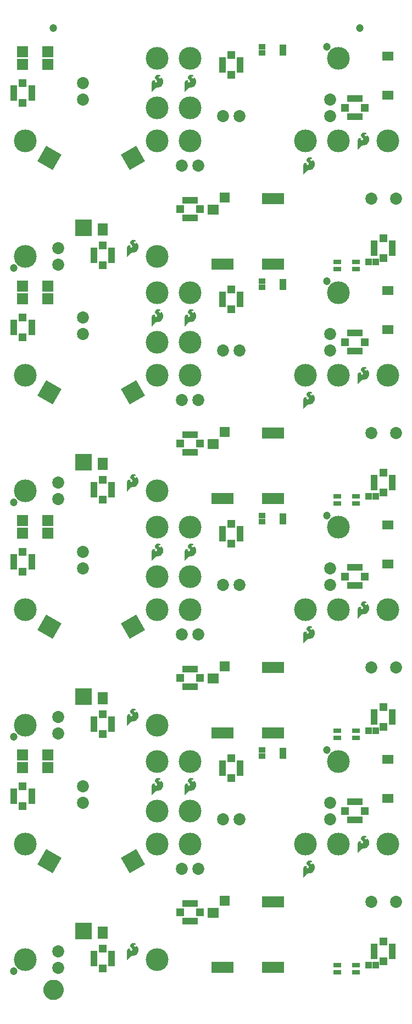
<source format=gts>
G75*
%MOIN*%
%OFA0B0*%
%FSLAX25Y25*%
%IPPOS*%
%LPD*%
%AMOC8*
5,1,8,0,0,1.08239X$1,22.5*
%
%ADD10C,0.13800*%
%ADD11C,0.04737*%
%ADD12R,0.04146X0.09461*%
%ADD13R,0.04737X0.04934*%
%ADD14R,0.10249X0.10249*%
%ADD15R,0.10643X0.10643*%
%ADD16R,0.06312X0.07650*%
%ADD17R,0.13398X0.07099*%
%ADD18R,0.05918X0.05997*%
%ADD19R,0.07139X0.05918*%
%ADD20R,0.09461X0.04146*%
%ADD21R,0.04934X0.04737*%
%ADD22R,0.05131X0.02769*%
%ADD23R,0.04146X0.04343*%
%ADD24R,0.06863X0.06863*%
%ADD25R,0.07139X0.05721*%
%ADD26R,0.03950X0.07099*%
%ADD27R,0.03950X0.03359*%
%ADD28C,0.00300*%
%ADD29C,0.05000*%
%ADD30C,0.06706*%
%ADD31C,0.07300*%
D10*
X0063342Y0041750D03*
X0063342Y0111750D03*
X0063342Y0183750D03*
X0063342Y0253750D03*
X0063342Y0325750D03*
X0063342Y0395750D03*
X0063342Y0467750D03*
X0063342Y0537750D03*
X0143342Y0537750D03*
X0143342Y0557750D03*
X0143342Y0587750D03*
X0163342Y0587750D03*
X0163342Y0557750D03*
X0163342Y0537750D03*
X0143342Y0467750D03*
X0143342Y0445750D03*
X0143342Y0415750D03*
X0143342Y0395750D03*
X0163342Y0395750D03*
X0163342Y0415750D03*
X0163342Y0445750D03*
X0233342Y0395750D03*
X0253342Y0395750D03*
X0253342Y0445750D03*
X0283342Y0395750D03*
X0253342Y0303750D03*
X0253342Y0253750D03*
X0233342Y0253750D03*
X0283342Y0253750D03*
X0253342Y0161750D03*
X0253342Y0111750D03*
X0233342Y0111750D03*
X0283342Y0111750D03*
X0163342Y0111750D03*
X0163342Y0131750D03*
X0163342Y0161750D03*
X0143342Y0161750D03*
X0143342Y0183750D03*
X0143342Y0131750D03*
X0143342Y0111750D03*
X0143342Y0041750D03*
X0143342Y0253750D03*
X0143342Y0273750D03*
X0143342Y0303750D03*
X0143342Y0325750D03*
X0163342Y0303750D03*
X0163342Y0273750D03*
X0163342Y0253750D03*
X0233342Y0537750D03*
X0253342Y0537750D03*
X0253342Y0587750D03*
X0283342Y0537750D03*
D11*
X0056342Y0034750D03*
X0056342Y0176750D03*
X0056342Y0318750D03*
X0056342Y0460750D03*
X0080342Y0606000D03*
X0246342Y0594750D03*
X0266342Y0606000D03*
X0246342Y0452750D03*
X0246342Y0310750D03*
X0246342Y0168750D03*
D12*
X0275157Y0188750D03*
X0285984Y0188750D03*
X0285984Y0046750D03*
X0275157Y0046750D03*
X0193755Y0157750D03*
X0182928Y0157750D03*
X0115755Y0184250D03*
X0104928Y0184250D03*
X0067255Y0140750D03*
X0056428Y0140750D03*
X0104928Y0042250D03*
X0115755Y0042250D03*
X0067255Y0282750D03*
X0056428Y0282750D03*
X0104928Y0326250D03*
X0115755Y0326250D03*
X0067255Y0424750D03*
X0056428Y0424750D03*
X0104928Y0468250D03*
X0115755Y0468250D03*
X0067255Y0566750D03*
X0056428Y0566750D03*
X0182928Y0583750D03*
X0193755Y0583750D03*
X0275157Y0472750D03*
X0285984Y0472750D03*
X0285984Y0330750D03*
X0275157Y0330750D03*
X0193755Y0299750D03*
X0182928Y0299750D03*
X0182928Y0441750D03*
X0193755Y0441750D03*
D13*
X0188342Y0435746D03*
X0188342Y0447754D03*
X0188342Y0577746D03*
X0188342Y0589754D03*
X0110342Y0474254D03*
X0110342Y0462246D03*
X0061842Y0430754D03*
X0061842Y0418746D03*
X0110342Y0332254D03*
X0110342Y0320246D03*
X0061842Y0288754D03*
X0061842Y0276746D03*
X0110342Y0190254D03*
X0110342Y0178246D03*
X0061842Y0146754D03*
X0061842Y0134746D03*
X0110342Y0048254D03*
X0110342Y0036246D03*
X0188342Y0151746D03*
X0188342Y0163754D03*
X0188342Y0293746D03*
X0188342Y0305754D03*
X0280570Y0324746D03*
X0280570Y0336754D03*
X0280570Y0466746D03*
X0280570Y0478754D03*
X0280570Y0194754D03*
X0280570Y0182746D03*
X0280570Y0052754D03*
X0280570Y0040746D03*
X0061842Y0560746D03*
X0061842Y0572754D03*
D14*
X0098617Y0485073D03*
X0098617Y0343073D03*
X0098617Y0201073D03*
X0098617Y0059073D03*
D15*
G36*
X0085243Y0103343D02*
X0079922Y0094128D01*
X0070707Y0099449D01*
X0076028Y0108664D01*
X0085243Y0103343D01*
G37*
G36*
X0126762Y0094128D02*
X0121441Y0103343D01*
X0130656Y0108664D01*
X0135977Y0099449D01*
X0126762Y0094128D01*
G37*
G36*
X0126762Y0236128D02*
X0121441Y0245343D01*
X0130656Y0250664D01*
X0135977Y0241449D01*
X0126762Y0236128D01*
G37*
G36*
X0085243Y0245343D02*
X0079922Y0236128D01*
X0070707Y0241449D01*
X0076028Y0250664D01*
X0085243Y0245343D01*
G37*
G36*
X0085243Y0387343D02*
X0079922Y0378128D01*
X0070707Y0383449D01*
X0076028Y0392664D01*
X0085243Y0387343D01*
G37*
G36*
X0126762Y0378128D02*
X0121441Y0387343D01*
X0130656Y0392664D01*
X0135977Y0383449D01*
X0126762Y0378128D01*
G37*
G36*
X0126762Y0520128D02*
X0121441Y0529343D01*
X0130656Y0534664D01*
X0135977Y0525449D01*
X0126762Y0520128D01*
G37*
G36*
X0085243Y0529343D02*
X0079922Y0520128D01*
X0070707Y0525449D01*
X0076028Y0534664D01*
X0085243Y0529343D01*
G37*
D16*
X0110232Y0484089D03*
X0110232Y0342089D03*
X0110232Y0200089D03*
X0110232Y0058089D03*
D17*
X0182968Y0036829D03*
X0213716Y0036829D03*
X0213716Y0076671D03*
X0213716Y0178829D03*
X0213716Y0218671D03*
X0182968Y0178829D03*
X0182968Y0320829D03*
X0213716Y0320829D03*
X0213716Y0360671D03*
X0213716Y0462829D03*
X0213716Y0502671D03*
X0182968Y0462829D03*
D18*
X0184385Y0503222D03*
X0184385Y0361222D03*
X0184385Y0219222D03*
X0184385Y0077222D03*
D19*
X0177358Y0070136D03*
X0177358Y0212136D03*
X0177358Y0354136D03*
X0177358Y0496136D03*
D20*
X0163342Y0490837D03*
X0163342Y0501663D03*
X0163342Y0359663D03*
X0163342Y0348837D03*
X0163342Y0217663D03*
X0163342Y0206837D03*
X0163342Y0075663D03*
X0163342Y0064837D03*
X0263342Y0126337D03*
X0263342Y0137163D03*
X0263342Y0268337D03*
X0263342Y0279163D03*
X0263342Y0410337D03*
X0263342Y0421163D03*
X0263342Y0552337D03*
X0263342Y0563163D03*
D21*
X0269346Y0557750D03*
X0257338Y0557750D03*
X0257338Y0415750D03*
X0269346Y0415750D03*
X0269346Y0273750D03*
X0257338Y0273750D03*
X0257338Y0131750D03*
X0269346Y0131750D03*
X0169346Y0070250D03*
X0157338Y0070250D03*
X0157338Y0212250D03*
X0169346Y0212250D03*
X0169346Y0354250D03*
X0157338Y0354250D03*
X0157338Y0496250D03*
X0169346Y0496250D03*
D22*
X0252633Y0464415D03*
X0252633Y0460085D03*
X0264050Y0460085D03*
X0264050Y0464415D03*
X0264050Y0322415D03*
X0264050Y0318085D03*
X0252633Y0318085D03*
X0252633Y0322415D03*
X0252633Y0180415D03*
X0252633Y0176085D03*
X0264050Y0176085D03*
X0264050Y0180415D03*
X0264050Y0038415D03*
X0264050Y0034085D03*
X0252633Y0034085D03*
X0252633Y0038415D03*
D23*
X0271558Y0038250D03*
X0276125Y0038250D03*
X0276125Y0180250D03*
X0271558Y0180250D03*
X0271558Y0322250D03*
X0276125Y0322250D03*
X0276125Y0464250D03*
X0271558Y0464250D03*
D24*
X0077019Y0449569D03*
X0077019Y0441931D03*
X0061665Y0441931D03*
X0061665Y0449569D03*
X0061665Y0583931D03*
X0061665Y0591569D03*
X0077019Y0591569D03*
X0077019Y0583931D03*
X0077019Y0307569D03*
X0077019Y0299931D03*
X0061665Y0299931D03*
X0061665Y0307569D03*
X0061665Y0165569D03*
X0061665Y0157931D03*
X0077019Y0157931D03*
X0077019Y0165569D03*
D25*
X0283342Y0163061D03*
X0283342Y0139439D03*
X0283342Y0281439D03*
X0283342Y0305061D03*
X0283342Y0423439D03*
X0283342Y0447061D03*
X0283342Y0565439D03*
X0283342Y0589061D03*
D26*
X0219641Y0592750D03*
X0219641Y0450750D03*
X0219641Y0308750D03*
X0219641Y0166750D03*
D27*
X0207043Y0164880D03*
X0207043Y0168620D03*
X0207043Y0306880D03*
X0207043Y0310620D03*
X0207043Y0448880D03*
X0207043Y0452620D03*
X0207043Y0590880D03*
X0207043Y0594620D03*
D28*
X0235173Y0527549D02*
X0234739Y0527313D01*
X0234385Y0527037D01*
X0234188Y0526722D01*
X0234070Y0526368D01*
X0234070Y0526053D01*
X0234149Y0525699D01*
X0234346Y0525344D01*
X0234621Y0525030D01*
X0234936Y0524675D01*
X0235212Y0524400D01*
X0235330Y0524085D01*
X0235330Y0523809D01*
X0235251Y0523573D01*
X0235094Y0523376D01*
X0234858Y0523219D01*
X0234543Y0523140D01*
X0234228Y0523140D01*
X0234031Y0523179D01*
X0233834Y0523258D01*
X0233598Y0523494D01*
X0233519Y0523612D01*
X0233480Y0523730D01*
X0233480Y0523888D01*
X0233519Y0524006D01*
X0233755Y0524242D01*
X0233873Y0524281D01*
X0234031Y0524360D01*
X0234070Y0524400D01*
X0233913Y0524478D01*
X0233440Y0524478D01*
X0233204Y0524439D01*
X0233007Y0524400D01*
X0232810Y0524321D01*
X0232653Y0524203D01*
X0232456Y0524045D01*
X0232220Y0523652D01*
X0232141Y0523376D01*
X0232102Y0523061D01*
X0232102Y0517667D01*
X0232298Y0517864D01*
X0232417Y0518061D01*
X0232613Y0518258D01*
X0232810Y0518494D01*
X0233283Y0518967D01*
X0233755Y0519518D01*
X0234149Y0519911D01*
X0234543Y0520148D01*
X0234779Y0520187D01*
X0235527Y0520187D01*
X0235999Y0520266D01*
X0236432Y0520384D01*
X0236826Y0520541D01*
X0237220Y0520778D01*
X0237535Y0521053D01*
X0237850Y0521368D01*
X0238125Y0521722D01*
X0238519Y0522431D01*
X0238716Y0523179D01*
X0238755Y0523848D01*
X0238637Y0524478D01*
X0238440Y0525069D01*
X0238165Y0525502D01*
X0237850Y0525856D01*
X0237535Y0526053D01*
X0237535Y0525699D01*
X0237495Y0525581D01*
X0237456Y0525502D01*
X0237338Y0525384D01*
X0237220Y0525344D01*
X0237102Y0525344D01*
X0236787Y0525423D01*
X0236629Y0525502D01*
X0236511Y0525581D01*
X0236354Y0525699D01*
X0236117Y0525935D01*
X0235960Y0526171D01*
X0235921Y0526329D01*
X0235921Y0526565D01*
X0235960Y0526683D01*
X0235999Y0526762D01*
X0236078Y0526880D01*
X0236236Y0526998D01*
X0236393Y0527077D01*
X0236590Y0527116D01*
X0236747Y0527156D01*
X0236984Y0527156D01*
X0237062Y0527116D01*
X0237102Y0527116D01*
X0237062Y0527156D01*
X0236905Y0527274D01*
X0236354Y0527549D01*
X0235999Y0527628D01*
X0235606Y0527628D01*
X0235173Y0527549D01*
X0235327Y0527577D02*
X0236227Y0527577D01*
X0236212Y0526980D02*
X0234349Y0526980D01*
X0234175Y0526682D02*
X0235959Y0526682D01*
X0235921Y0526383D02*
X0234075Y0526383D01*
X0234070Y0526085D02*
X0236018Y0526085D01*
X0236266Y0525786D02*
X0234129Y0525786D01*
X0234266Y0525488D02*
X0236658Y0525488D01*
X0237442Y0525488D02*
X0238174Y0525488D01*
X0238364Y0525189D02*
X0234482Y0525189D01*
X0234745Y0524891D02*
X0238500Y0524891D01*
X0238599Y0524592D02*
X0235019Y0524592D01*
X0235252Y0524294D02*
X0238672Y0524294D01*
X0238728Y0523995D02*
X0235330Y0523995D01*
X0235293Y0523697D02*
X0238746Y0523697D01*
X0238729Y0523398D02*
X0235112Y0523398D01*
X0233694Y0523398D02*
X0232147Y0523398D01*
X0232106Y0523100D02*
X0238695Y0523100D01*
X0238616Y0522801D02*
X0232102Y0522801D01*
X0232102Y0522503D02*
X0238538Y0522503D01*
X0238393Y0522204D02*
X0232102Y0522204D01*
X0232102Y0521906D02*
X0238227Y0521906D01*
X0238036Y0521607D02*
X0232102Y0521607D01*
X0232102Y0521309D02*
X0237790Y0521309D01*
X0237485Y0521010D02*
X0232102Y0521010D01*
X0232102Y0520712D02*
X0237110Y0520712D01*
X0236505Y0520413D02*
X0232102Y0520413D01*
X0232102Y0520115D02*
X0234487Y0520115D01*
X0234053Y0519816D02*
X0232102Y0519816D01*
X0232102Y0519517D02*
X0233755Y0519517D01*
X0233499Y0519219D02*
X0232102Y0519219D01*
X0232102Y0518920D02*
X0233237Y0518920D01*
X0232938Y0518622D02*
X0232102Y0518622D01*
X0232102Y0518323D02*
X0232668Y0518323D01*
X0232395Y0518025D02*
X0232102Y0518025D01*
X0232102Y0517726D02*
X0232161Y0517726D01*
X0232247Y0523697D02*
X0233491Y0523697D01*
X0233515Y0523995D02*
X0232426Y0523995D01*
X0232774Y0524294D02*
X0233898Y0524294D01*
X0234695Y0527279D02*
X0236894Y0527279D01*
X0237535Y0525786D02*
X0237912Y0525786D01*
X0265102Y0532667D02*
X0265298Y0532864D01*
X0265417Y0533061D01*
X0265613Y0533258D01*
X0265810Y0533494D01*
X0266283Y0533967D01*
X0266755Y0534518D01*
X0267149Y0534911D01*
X0267543Y0535148D01*
X0267779Y0535187D01*
X0268527Y0535187D01*
X0268999Y0535266D01*
X0269432Y0535384D01*
X0269826Y0535541D01*
X0270220Y0535778D01*
X0270535Y0536053D01*
X0270850Y0536368D01*
X0271125Y0536722D01*
X0271519Y0537431D01*
X0271716Y0538179D01*
X0271755Y0538848D01*
X0271637Y0539478D01*
X0271440Y0540069D01*
X0271165Y0540502D01*
X0270850Y0540856D01*
X0270535Y0541053D01*
X0270535Y0540699D01*
X0270495Y0540581D01*
X0270456Y0540502D01*
X0270338Y0540384D01*
X0270220Y0540344D01*
X0270102Y0540344D01*
X0269787Y0540423D01*
X0269629Y0540502D01*
X0269511Y0540581D01*
X0269354Y0540699D01*
X0269117Y0540935D01*
X0268960Y0541171D01*
X0268921Y0541329D01*
X0268921Y0541565D01*
X0268960Y0541683D01*
X0268999Y0541762D01*
X0269078Y0541880D01*
X0269236Y0541998D01*
X0269393Y0542077D01*
X0269590Y0542116D01*
X0269747Y0542156D01*
X0269984Y0542156D01*
X0270062Y0542116D01*
X0270102Y0542116D01*
X0270062Y0542156D01*
X0269905Y0542274D01*
X0269354Y0542549D01*
X0268999Y0542628D01*
X0268606Y0542628D01*
X0268173Y0542549D01*
X0267739Y0542313D01*
X0267385Y0542037D01*
X0267188Y0541722D01*
X0267070Y0541368D01*
X0267070Y0541053D01*
X0267149Y0540699D01*
X0267346Y0540344D01*
X0267621Y0540030D01*
X0267936Y0539675D01*
X0268212Y0539400D01*
X0268330Y0539085D01*
X0268330Y0538809D01*
X0268251Y0538573D01*
X0268094Y0538376D01*
X0267858Y0538219D01*
X0267543Y0538140D01*
X0267228Y0538140D01*
X0267031Y0538179D01*
X0266834Y0538258D01*
X0266598Y0538494D01*
X0266519Y0538612D01*
X0266480Y0538730D01*
X0266480Y0538888D01*
X0266519Y0539006D01*
X0266755Y0539242D01*
X0266873Y0539281D01*
X0267031Y0539360D01*
X0267070Y0539400D01*
X0266913Y0539478D01*
X0266440Y0539478D01*
X0266204Y0539439D01*
X0266007Y0539400D01*
X0265810Y0539321D01*
X0265653Y0539203D01*
X0265456Y0539045D01*
X0265220Y0538652D01*
X0265141Y0538376D01*
X0265102Y0538061D01*
X0265102Y0532667D01*
X0265102Y0532951D02*
X0265350Y0532951D01*
X0265102Y0533249D02*
X0265605Y0533249D01*
X0265864Y0533548D02*
X0265102Y0533548D01*
X0265102Y0533846D02*
X0266162Y0533846D01*
X0266435Y0534145D02*
X0265102Y0534145D01*
X0265102Y0534443D02*
X0266691Y0534443D01*
X0266979Y0534742D02*
X0265102Y0534742D01*
X0265102Y0535040D02*
X0267363Y0535040D01*
X0269266Y0535339D02*
X0265102Y0535339D01*
X0265102Y0535637D02*
X0269986Y0535637D01*
X0270400Y0535936D02*
X0265102Y0535936D01*
X0265102Y0536234D02*
X0270716Y0536234D01*
X0270978Y0536533D02*
X0265102Y0536533D01*
X0265102Y0536831D02*
X0271186Y0536831D01*
X0271352Y0537130D02*
X0265102Y0537130D01*
X0265102Y0537428D02*
X0271517Y0537428D01*
X0271597Y0537727D02*
X0265102Y0537727D01*
X0265102Y0538025D02*
X0271675Y0538025D01*
X0271724Y0538324D02*
X0268015Y0538324D01*
X0268268Y0538622D02*
X0271742Y0538622D01*
X0271742Y0538921D02*
X0268330Y0538921D01*
X0268280Y0539219D02*
X0271686Y0539219D01*
X0271624Y0539518D02*
X0268094Y0539518D01*
X0267811Y0539816D02*
X0271524Y0539816D01*
X0271411Y0540115D02*
X0267547Y0540115D01*
X0267308Y0540413D02*
X0269826Y0540413D01*
X0270367Y0540413D02*
X0271221Y0540413D01*
X0270978Y0540712D02*
X0270535Y0540712D01*
X0270535Y0541010D02*
X0270603Y0541010D01*
X0269341Y0540712D02*
X0267146Y0540712D01*
X0267080Y0541010D02*
X0269067Y0541010D01*
X0268926Y0541309D02*
X0267070Y0541309D01*
X0267150Y0541607D02*
X0268935Y0541607D01*
X0269113Y0541906D02*
X0267303Y0541906D01*
X0267600Y0542204D02*
X0269997Y0542204D01*
X0269446Y0542503D02*
X0268088Y0542503D01*
X0266732Y0539219D02*
X0265675Y0539219D01*
X0265381Y0538921D02*
X0266491Y0538921D01*
X0266516Y0538622D02*
X0265211Y0538622D01*
X0265134Y0538324D02*
X0266768Y0538324D01*
X0268606Y0400628D02*
X0268173Y0400549D01*
X0267739Y0400313D01*
X0267385Y0400037D01*
X0267188Y0399722D01*
X0267070Y0399368D01*
X0267070Y0399053D01*
X0267149Y0398699D01*
X0267346Y0398344D01*
X0267621Y0398030D01*
X0267936Y0397675D01*
X0268212Y0397400D01*
X0268330Y0397085D01*
X0268330Y0396809D01*
X0268251Y0396573D01*
X0268094Y0396376D01*
X0267858Y0396219D01*
X0267543Y0396140D01*
X0267228Y0396140D01*
X0267031Y0396179D01*
X0266834Y0396258D01*
X0266598Y0396494D01*
X0266519Y0396612D01*
X0266480Y0396730D01*
X0266480Y0396888D01*
X0266519Y0397006D01*
X0266755Y0397242D01*
X0266873Y0397281D01*
X0267031Y0397360D01*
X0267070Y0397400D01*
X0266913Y0397478D01*
X0266440Y0397478D01*
X0266204Y0397439D01*
X0266007Y0397400D01*
X0265810Y0397321D01*
X0265653Y0397203D01*
X0265456Y0397045D01*
X0265220Y0396652D01*
X0265141Y0396376D01*
X0265102Y0396061D01*
X0265102Y0390667D01*
X0265298Y0390864D01*
X0265417Y0391061D01*
X0265613Y0391258D01*
X0265810Y0391494D01*
X0266283Y0391967D01*
X0266755Y0392518D01*
X0267149Y0392911D01*
X0267543Y0393148D01*
X0267779Y0393187D01*
X0268527Y0393187D01*
X0268999Y0393266D01*
X0269432Y0393384D01*
X0269826Y0393541D01*
X0270220Y0393778D01*
X0270535Y0394053D01*
X0270850Y0394368D01*
X0271125Y0394722D01*
X0271519Y0395431D01*
X0271716Y0396179D01*
X0271755Y0396848D01*
X0271637Y0397478D01*
X0271440Y0398069D01*
X0271165Y0398502D01*
X0270850Y0398856D01*
X0270535Y0399053D01*
X0270535Y0398699D01*
X0270495Y0398581D01*
X0270456Y0398502D01*
X0270338Y0398384D01*
X0270220Y0398344D01*
X0270102Y0398344D01*
X0269787Y0398423D01*
X0269629Y0398502D01*
X0269511Y0398581D01*
X0269354Y0398699D01*
X0269117Y0398935D01*
X0268960Y0399171D01*
X0268921Y0399329D01*
X0268921Y0399565D01*
X0268960Y0399683D01*
X0268999Y0399762D01*
X0269078Y0399880D01*
X0269236Y0399998D01*
X0269393Y0400077D01*
X0269590Y0400116D01*
X0269747Y0400156D01*
X0269984Y0400156D01*
X0270062Y0400116D01*
X0270102Y0400116D01*
X0270062Y0400156D01*
X0269905Y0400274D01*
X0269354Y0400549D01*
X0268999Y0400628D01*
X0268606Y0400628D01*
X0267920Y0400411D02*
X0269629Y0400411D01*
X0269574Y0400113D02*
X0267482Y0400113D01*
X0267246Y0399814D02*
X0269034Y0399814D01*
X0268921Y0399516D02*
X0267119Y0399516D01*
X0267070Y0399217D02*
X0268948Y0399217D01*
X0269134Y0398919D02*
X0267100Y0398919D01*
X0267192Y0398620D02*
X0269458Y0398620D01*
X0270509Y0398620D02*
X0271059Y0398620D01*
X0271279Y0398322D02*
X0267366Y0398322D01*
X0267627Y0398023D02*
X0271455Y0398023D01*
X0271555Y0397725D02*
X0267892Y0397725D01*
X0268185Y0397426D02*
X0271647Y0397426D01*
X0271703Y0397128D02*
X0268314Y0397128D01*
X0268330Y0396829D02*
X0271754Y0396829D01*
X0271737Y0396531D02*
X0268218Y0396531D01*
X0267878Y0396232D02*
X0271719Y0396232D01*
X0271651Y0395934D02*
X0265102Y0395934D01*
X0265102Y0395635D02*
X0271573Y0395635D01*
X0271467Y0395337D02*
X0265102Y0395337D01*
X0265102Y0395038D02*
X0271301Y0395038D01*
X0271135Y0394740D02*
X0265102Y0394740D01*
X0265102Y0394441D02*
X0270907Y0394441D01*
X0270624Y0394143D02*
X0265102Y0394143D01*
X0265102Y0393844D02*
X0270296Y0393844D01*
X0269833Y0393546D02*
X0265102Y0393546D01*
X0265102Y0393247D02*
X0268888Y0393247D01*
X0267211Y0392949D02*
X0265102Y0392949D01*
X0265102Y0392650D02*
X0266888Y0392650D01*
X0266613Y0392352D02*
X0265102Y0392352D01*
X0265102Y0392053D02*
X0266357Y0392053D01*
X0266071Y0391755D02*
X0265102Y0391755D01*
X0265102Y0391456D02*
X0265779Y0391456D01*
X0265513Y0391158D02*
X0265102Y0391158D01*
X0265102Y0390859D02*
X0265293Y0390859D01*
X0265123Y0396232D02*
X0266898Y0396232D01*
X0266573Y0396531D02*
X0265185Y0396531D01*
X0265326Y0396829D02*
X0266480Y0396829D01*
X0266641Y0397128D02*
X0265559Y0397128D01*
X0266141Y0397426D02*
X0267017Y0397426D01*
X0270535Y0398919D02*
X0270749Y0398919D01*
X0238440Y0383069D02*
X0238165Y0383502D01*
X0237850Y0383856D01*
X0237535Y0384053D01*
X0237535Y0383699D01*
X0237495Y0383581D01*
X0237456Y0383502D01*
X0237338Y0383384D01*
X0237220Y0383344D01*
X0237102Y0383344D01*
X0236787Y0383423D01*
X0236629Y0383502D01*
X0236511Y0383581D01*
X0236354Y0383699D01*
X0236117Y0383935D01*
X0235960Y0384171D01*
X0235921Y0384329D01*
X0235921Y0384565D01*
X0235960Y0384683D01*
X0235999Y0384762D01*
X0236078Y0384880D01*
X0236236Y0384998D01*
X0236393Y0385077D01*
X0236590Y0385116D01*
X0236747Y0385156D01*
X0236984Y0385156D01*
X0237062Y0385116D01*
X0237102Y0385116D01*
X0237062Y0385156D01*
X0236905Y0385274D01*
X0236354Y0385549D01*
X0235999Y0385628D01*
X0235606Y0385628D01*
X0235173Y0385549D01*
X0234739Y0385313D01*
X0234385Y0385037D01*
X0234188Y0384722D01*
X0234070Y0384368D01*
X0234070Y0384053D01*
X0234149Y0383699D01*
X0234346Y0383344D01*
X0234621Y0383030D01*
X0234936Y0382675D01*
X0235212Y0382400D01*
X0235330Y0382085D01*
X0235330Y0381809D01*
X0235251Y0381573D01*
X0235094Y0381376D01*
X0234858Y0381219D01*
X0234543Y0381140D01*
X0234228Y0381140D01*
X0234031Y0381179D01*
X0233834Y0381258D01*
X0233598Y0381494D01*
X0233519Y0381612D01*
X0233480Y0381730D01*
X0233480Y0381888D01*
X0233519Y0382006D01*
X0233755Y0382242D01*
X0233873Y0382281D01*
X0234031Y0382360D01*
X0234070Y0382400D01*
X0233913Y0382478D01*
X0233440Y0382478D01*
X0233204Y0382439D01*
X0233007Y0382400D01*
X0232810Y0382321D01*
X0232653Y0382203D01*
X0232456Y0382045D01*
X0232220Y0381652D01*
X0232141Y0381376D01*
X0232102Y0381061D01*
X0232102Y0375667D01*
X0232298Y0375864D01*
X0232417Y0376061D01*
X0232613Y0376258D01*
X0232810Y0376494D01*
X0233283Y0376967D01*
X0233755Y0377518D01*
X0234149Y0377911D01*
X0234543Y0378148D01*
X0234779Y0378187D01*
X0235527Y0378187D01*
X0235999Y0378266D01*
X0236432Y0378384D01*
X0236826Y0378541D01*
X0237220Y0378778D01*
X0237535Y0379053D01*
X0237850Y0379368D01*
X0238125Y0379722D01*
X0238519Y0380431D01*
X0238716Y0381179D01*
X0238755Y0381848D01*
X0238637Y0382478D01*
X0238440Y0383069D01*
X0238422Y0383098D02*
X0234562Y0383098D01*
X0234317Y0383396D02*
X0236894Y0383396D01*
X0237350Y0383396D02*
X0238232Y0383396D01*
X0237993Y0383695D02*
X0237533Y0383695D01*
X0237535Y0383993D02*
X0237630Y0383993D01*
X0236359Y0383695D02*
X0234151Y0383695D01*
X0234083Y0383993D02*
X0236079Y0383993D01*
X0235930Y0384292D02*
X0234070Y0384292D01*
X0234144Y0384590D02*
X0235929Y0384590D01*
X0236090Y0384889D02*
X0234292Y0384889D01*
X0234578Y0385187D02*
X0237020Y0385187D01*
X0236480Y0385486D02*
X0235056Y0385486D01*
X0234826Y0382799D02*
X0238530Y0382799D01*
X0238630Y0382501D02*
X0235111Y0382501D01*
X0235286Y0382202D02*
X0238689Y0382202D01*
X0238745Y0381904D02*
X0235330Y0381904D01*
X0235262Y0381605D02*
X0238741Y0381605D01*
X0238723Y0381307D02*
X0234990Y0381307D01*
X0233785Y0381307D02*
X0232132Y0381307D01*
X0232102Y0381008D02*
X0238671Y0381008D01*
X0238592Y0380710D02*
X0232102Y0380710D01*
X0232102Y0380411D02*
X0238508Y0380411D01*
X0238342Y0380113D02*
X0232102Y0380113D01*
X0232102Y0379814D02*
X0238176Y0379814D01*
X0237964Y0379516D02*
X0232102Y0379516D01*
X0232102Y0379217D02*
X0237699Y0379217D01*
X0237381Y0378919D02*
X0232102Y0378919D01*
X0232102Y0378620D02*
X0236957Y0378620D01*
X0236204Y0378322D02*
X0232102Y0378322D01*
X0232102Y0378023D02*
X0234335Y0378023D01*
X0233962Y0377725D02*
X0232102Y0377725D01*
X0232102Y0377426D02*
X0233677Y0377426D01*
X0233421Y0377128D02*
X0232102Y0377128D01*
X0232102Y0376829D02*
X0233145Y0376829D01*
X0232847Y0376531D02*
X0232102Y0376531D01*
X0232102Y0376232D02*
X0232588Y0376232D01*
X0232340Y0375934D02*
X0232102Y0375934D01*
X0232207Y0381605D02*
X0233524Y0381605D01*
X0233485Y0381904D02*
X0232371Y0381904D01*
X0232652Y0382202D02*
X0233715Y0382202D01*
X0166125Y0429722D02*
X0166519Y0430431D01*
X0166716Y0431179D01*
X0166755Y0431848D01*
X0166637Y0432478D01*
X0166440Y0433069D01*
X0166165Y0433502D01*
X0165850Y0433856D01*
X0165535Y0434053D01*
X0165535Y0433699D01*
X0165495Y0433581D01*
X0165456Y0433502D01*
X0165338Y0433384D01*
X0165220Y0433344D01*
X0165102Y0433344D01*
X0164787Y0433423D01*
X0164629Y0433502D01*
X0164511Y0433581D01*
X0164354Y0433699D01*
X0164117Y0433935D01*
X0163960Y0434171D01*
X0163921Y0434329D01*
X0163921Y0434565D01*
X0163960Y0434683D01*
X0163999Y0434762D01*
X0164078Y0434880D01*
X0164236Y0434998D01*
X0164393Y0435077D01*
X0164590Y0435116D01*
X0164747Y0435156D01*
X0164984Y0435156D01*
X0165062Y0435116D01*
X0165102Y0435116D01*
X0165062Y0435156D01*
X0164905Y0435274D01*
X0164354Y0435549D01*
X0163999Y0435628D01*
X0163606Y0435628D01*
X0163173Y0435549D01*
X0162739Y0435313D01*
X0162385Y0435037D01*
X0162188Y0434722D01*
X0162070Y0434368D01*
X0162070Y0434053D01*
X0162149Y0433699D01*
X0162346Y0433344D01*
X0162621Y0433030D01*
X0162936Y0432675D01*
X0163212Y0432400D01*
X0163330Y0432085D01*
X0163330Y0431809D01*
X0163251Y0431573D01*
X0163094Y0431376D01*
X0162858Y0431219D01*
X0162543Y0431140D01*
X0162228Y0431140D01*
X0162031Y0431179D01*
X0161834Y0431258D01*
X0161598Y0431494D01*
X0161519Y0431612D01*
X0161480Y0431730D01*
X0161480Y0431888D01*
X0161519Y0432006D01*
X0161755Y0432242D01*
X0161873Y0432281D01*
X0162031Y0432360D01*
X0162070Y0432400D01*
X0161913Y0432478D01*
X0161440Y0432478D01*
X0161204Y0432439D01*
X0161007Y0432400D01*
X0160810Y0432321D01*
X0160653Y0432203D01*
X0160456Y0432045D01*
X0160220Y0431652D01*
X0160141Y0431376D01*
X0160102Y0431061D01*
X0160102Y0425667D01*
X0160298Y0425864D01*
X0160417Y0426061D01*
X0160613Y0426258D01*
X0160810Y0426494D01*
X0161283Y0426967D01*
X0161755Y0427518D01*
X0162149Y0427911D01*
X0162543Y0428148D01*
X0162779Y0428187D01*
X0163527Y0428187D01*
X0163999Y0428266D01*
X0164432Y0428384D01*
X0164826Y0428541D01*
X0165220Y0428778D01*
X0165535Y0429053D01*
X0165850Y0429368D01*
X0166125Y0429722D01*
X0166081Y0429666D02*
X0160102Y0429666D01*
X0160102Y0429964D02*
X0166260Y0429964D01*
X0166425Y0430263D02*
X0160102Y0430263D01*
X0160102Y0430561D02*
X0166553Y0430561D01*
X0166632Y0430860D02*
X0160102Y0430860D01*
X0160114Y0431158D02*
X0162136Y0431158D01*
X0162616Y0431158D02*
X0166710Y0431158D01*
X0166732Y0431457D02*
X0163158Y0431457D01*
X0163312Y0431755D02*
X0166750Y0431755D01*
X0166717Y0432054D02*
X0163330Y0432054D01*
X0163230Y0432352D02*
X0166661Y0432352D01*
X0166580Y0432651D02*
X0162961Y0432651D01*
X0162693Y0432949D02*
X0166480Y0432949D01*
X0166326Y0433248D02*
X0162430Y0433248D01*
X0162234Y0433546D02*
X0164563Y0433546D01*
X0164208Y0433845D02*
X0162116Y0433845D01*
X0162070Y0434143D02*
X0163979Y0434143D01*
X0163921Y0434442D02*
X0162095Y0434442D01*
X0162199Y0434740D02*
X0163989Y0434740D01*
X0164317Y0435039D02*
X0162387Y0435039D01*
X0162784Y0435337D02*
X0164777Y0435337D01*
X0165535Y0433845D02*
X0165860Y0433845D01*
X0166125Y0433546D02*
X0165478Y0433546D01*
X0162015Y0432352D02*
X0160889Y0432352D01*
X0160466Y0432054D02*
X0161567Y0432054D01*
X0161480Y0431755D02*
X0160282Y0431755D01*
X0160164Y0431457D02*
X0161635Y0431457D01*
X0160102Y0429367D02*
X0165849Y0429367D01*
X0165550Y0429069D02*
X0160102Y0429069D01*
X0160102Y0428770D02*
X0165207Y0428770D01*
X0164652Y0428472D02*
X0160102Y0428472D01*
X0160102Y0428173D02*
X0162695Y0428173D01*
X0162112Y0427875D02*
X0160102Y0427875D01*
X0160102Y0427576D02*
X0161813Y0427576D01*
X0161549Y0427277D02*
X0160102Y0427277D01*
X0160102Y0426979D02*
X0161293Y0426979D01*
X0160997Y0426680D02*
X0160102Y0426680D01*
X0160102Y0426382D02*
X0160717Y0426382D01*
X0160439Y0426083D02*
X0160102Y0426083D01*
X0160102Y0425785D02*
X0160219Y0425785D01*
X0146519Y0430431D02*
X0146716Y0431179D01*
X0146755Y0431848D01*
X0146637Y0432478D01*
X0146440Y0433069D01*
X0146165Y0433502D01*
X0145850Y0433856D01*
X0145535Y0434053D01*
X0145535Y0433699D01*
X0145495Y0433581D01*
X0145456Y0433502D01*
X0145338Y0433384D01*
X0145220Y0433344D01*
X0145102Y0433344D01*
X0144787Y0433423D01*
X0144629Y0433502D01*
X0144511Y0433581D01*
X0144354Y0433699D01*
X0144117Y0433935D01*
X0143960Y0434171D01*
X0143921Y0434329D01*
X0143921Y0434565D01*
X0143960Y0434683D01*
X0143999Y0434762D01*
X0144078Y0434880D01*
X0144236Y0434998D01*
X0144393Y0435077D01*
X0144590Y0435116D01*
X0144747Y0435156D01*
X0144984Y0435156D01*
X0145062Y0435116D01*
X0145102Y0435116D01*
X0145062Y0435156D01*
X0144905Y0435274D01*
X0144354Y0435549D01*
X0143999Y0435628D01*
X0143606Y0435628D01*
X0143173Y0435549D01*
X0142739Y0435313D01*
X0142385Y0435037D01*
X0142188Y0434722D01*
X0142070Y0434368D01*
X0142070Y0434053D01*
X0142149Y0433699D01*
X0142346Y0433344D01*
X0142621Y0433030D01*
X0142936Y0432675D01*
X0143212Y0432400D01*
X0143330Y0432085D01*
X0143330Y0431809D01*
X0143251Y0431573D01*
X0143094Y0431376D01*
X0142858Y0431219D01*
X0142543Y0431140D01*
X0142228Y0431140D01*
X0142031Y0431179D01*
X0141834Y0431258D01*
X0141598Y0431494D01*
X0141519Y0431612D01*
X0141480Y0431730D01*
X0141480Y0431888D01*
X0141519Y0432006D01*
X0141755Y0432242D01*
X0141873Y0432281D01*
X0142031Y0432360D01*
X0142070Y0432400D01*
X0141913Y0432478D01*
X0141440Y0432478D01*
X0141204Y0432439D01*
X0141007Y0432400D01*
X0140810Y0432321D01*
X0140653Y0432203D01*
X0140456Y0432045D01*
X0140220Y0431652D01*
X0140141Y0431376D01*
X0140102Y0431061D01*
X0140102Y0425667D01*
X0140298Y0425864D01*
X0140417Y0426061D01*
X0140613Y0426258D01*
X0140810Y0426494D01*
X0141283Y0426967D01*
X0141755Y0427518D01*
X0142149Y0427911D01*
X0142543Y0428148D01*
X0142779Y0428187D01*
X0143527Y0428187D01*
X0143999Y0428266D01*
X0144432Y0428384D01*
X0144826Y0428541D01*
X0145220Y0428778D01*
X0145535Y0429053D01*
X0145850Y0429368D01*
X0146125Y0429722D01*
X0146519Y0430431D01*
X0146553Y0430561D02*
X0140102Y0430561D01*
X0140102Y0430263D02*
X0146425Y0430263D01*
X0146260Y0429964D02*
X0140102Y0429964D01*
X0140102Y0429666D02*
X0146081Y0429666D01*
X0145849Y0429367D02*
X0140102Y0429367D01*
X0140102Y0429069D02*
X0145550Y0429069D01*
X0145207Y0428770D02*
X0140102Y0428770D01*
X0140102Y0428472D02*
X0144652Y0428472D01*
X0142695Y0428173D02*
X0140102Y0428173D01*
X0140102Y0427875D02*
X0142112Y0427875D01*
X0141813Y0427576D02*
X0140102Y0427576D01*
X0140102Y0427277D02*
X0141549Y0427277D01*
X0141293Y0426979D02*
X0140102Y0426979D01*
X0140102Y0426680D02*
X0140997Y0426680D01*
X0140717Y0426382D02*
X0140102Y0426382D01*
X0140102Y0426083D02*
X0140439Y0426083D01*
X0140219Y0425785D02*
X0140102Y0425785D01*
X0140102Y0430860D02*
X0146632Y0430860D01*
X0146710Y0431158D02*
X0142616Y0431158D01*
X0142136Y0431158D02*
X0140114Y0431158D01*
X0140164Y0431457D02*
X0141635Y0431457D01*
X0141480Y0431755D02*
X0140282Y0431755D01*
X0140466Y0432054D02*
X0141567Y0432054D01*
X0142015Y0432352D02*
X0140889Y0432352D01*
X0142430Y0433248D02*
X0146326Y0433248D01*
X0146480Y0432949D02*
X0142693Y0432949D01*
X0142961Y0432651D02*
X0146580Y0432651D01*
X0146661Y0432352D02*
X0143230Y0432352D01*
X0143330Y0432054D02*
X0146717Y0432054D01*
X0146750Y0431755D02*
X0143312Y0431755D01*
X0143158Y0431457D02*
X0146732Y0431457D01*
X0146125Y0433546D02*
X0145478Y0433546D01*
X0145535Y0433845D02*
X0145860Y0433845D01*
X0144563Y0433546D02*
X0142234Y0433546D01*
X0142116Y0433845D02*
X0144208Y0433845D01*
X0143979Y0434143D02*
X0142070Y0434143D01*
X0142095Y0434442D02*
X0143921Y0434442D01*
X0143989Y0434740D02*
X0142199Y0434740D01*
X0142387Y0435039D02*
X0144317Y0435039D01*
X0144777Y0435337D02*
X0142784Y0435337D01*
X0125102Y0467667D02*
X0125298Y0467864D01*
X0125417Y0468061D01*
X0125613Y0468258D01*
X0125810Y0468494D01*
X0126283Y0468967D01*
X0126755Y0469518D01*
X0127149Y0469911D01*
X0127543Y0470148D01*
X0127779Y0470187D01*
X0128527Y0470187D01*
X0128999Y0470266D01*
X0129432Y0470384D01*
X0129826Y0470541D01*
X0130220Y0470778D01*
X0130535Y0471053D01*
X0130850Y0471368D01*
X0131125Y0471722D01*
X0131519Y0472431D01*
X0131716Y0473179D01*
X0131755Y0473848D01*
X0131637Y0474478D01*
X0131440Y0475069D01*
X0131165Y0475502D01*
X0130850Y0475856D01*
X0130535Y0476053D01*
X0130535Y0475699D01*
X0130495Y0475581D01*
X0130456Y0475502D01*
X0130338Y0475384D01*
X0130220Y0475344D01*
X0130102Y0475344D01*
X0129787Y0475423D01*
X0129629Y0475502D01*
X0129511Y0475581D01*
X0129354Y0475699D01*
X0129117Y0475935D01*
X0128960Y0476171D01*
X0128921Y0476329D01*
X0128921Y0476565D01*
X0128960Y0476683D01*
X0128999Y0476762D01*
X0129078Y0476880D01*
X0129236Y0476998D01*
X0129393Y0477077D01*
X0129590Y0477116D01*
X0129747Y0477156D01*
X0129984Y0477156D01*
X0130062Y0477116D01*
X0130102Y0477116D01*
X0130062Y0477156D01*
X0129905Y0477274D01*
X0129354Y0477549D01*
X0128999Y0477628D01*
X0128606Y0477628D01*
X0128173Y0477549D01*
X0127739Y0477313D01*
X0127385Y0477037D01*
X0127188Y0476722D01*
X0127070Y0476368D01*
X0127070Y0476053D01*
X0127149Y0475699D01*
X0127346Y0475344D01*
X0127621Y0475030D01*
X0127936Y0474675D01*
X0128212Y0474400D01*
X0128330Y0474085D01*
X0128330Y0473809D01*
X0128251Y0473573D01*
X0128094Y0473376D01*
X0127858Y0473219D01*
X0127543Y0473140D01*
X0127228Y0473140D01*
X0127031Y0473179D01*
X0126834Y0473258D01*
X0126598Y0473494D01*
X0126519Y0473612D01*
X0126480Y0473730D01*
X0126480Y0473888D01*
X0126519Y0474006D01*
X0126755Y0474242D01*
X0126873Y0474281D01*
X0127031Y0474360D01*
X0127070Y0474400D01*
X0126913Y0474478D01*
X0126440Y0474478D01*
X0126204Y0474439D01*
X0126007Y0474400D01*
X0125810Y0474321D01*
X0125653Y0474203D01*
X0125456Y0474045D01*
X0125220Y0473652D01*
X0125141Y0473376D01*
X0125102Y0473061D01*
X0125102Y0467667D01*
X0125102Y0467875D02*
X0125305Y0467875D01*
X0125102Y0468174D02*
X0125529Y0468174D01*
X0125792Y0468472D02*
X0125102Y0468472D01*
X0125102Y0468771D02*
X0126087Y0468771D01*
X0126371Y0469069D02*
X0125102Y0469069D01*
X0125102Y0469368D02*
X0126627Y0469368D01*
X0126904Y0469666D02*
X0125102Y0469666D01*
X0125102Y0469965D02*
X0127238Y0469965D01*
X0128984Y0470263D02*
X0125102Y0470263D01*
X0125102Y0470562D02*
X0129860Y0470562D01*
X0130314Y0470860D02*
X0125102Y0470860D01*
X0125102Y0471159D02*
X0130640Y0471159D01*
X0130919Y0471457D02*
X0125102Y0471457D01*
X0125102Y0471756D02*
X0131144Y0471756D01*
X0131310Y0472054D02*
X0125102Y0472054D01*
X0125102Y0472353D02*
X0131475Y0472353D01*
X0131577Y0472651D02*
X0125102Y0472651D01*
X0125102Y0472950D02*
X0131655Y0472950D01*
X0131720Y0473248D02*
X0127902Y0473248D01*
X0128230Y0473547D02*
X0131737Y0473547D01*
X0131755Y0473845D02*
X0128330Y0473845D01*
X0128308Y0474144D02*
X0131700Y0474144D01*
X0131644Y0474442D02*
X0128169Y0474442D01*
X0127878Y0474741D02*
X0131550Y0474741D01*
X0131450Y0475039D02*
X0127613Y0475039D01*
X0127352Y0475338D02*
X0131269Y0475338D01*
X0131045Y0475636D02*
X0130514Y0475636D01*
X0130535Y0475935D02*
X0130724Y0475935D01*
X0129437Y0475636D02*
X0127184Y0475636D01*
X0127096Y0475935D02*
X0129118Y0475935D01*
X0128944Y0476233D02*
X0127070Y0476233D01*
X0127125Y0476532D02*
X0128921Y0476532D01*
X0129045Y0476830D02*
X0127256Y0476830D01*
X0127503Y0477129D02*
X0129641Y0477129D01*
X0129597Y0477427D02*
X0127949Y0477427D01*
X0130037Y0477129D02*
X0130089Y0477129D01*
X0126985Y0474442D02*
X0126224Y0474442D01*
X0126657Y0474144D02*
X0125579Y0474144D01*
X0125336Y0473845D02*
X0126480Y0473845D01*
X0126563Y0473547D02*
X0125190Y0473547D01*
X0125125Y0473248D02*
X0126858Y0473248D01*
X0140102Y0567667D02*
X0140298Y0567864D01*
X0140417Y0568061D01*
X0140613Y0568258D01*
X0140810Y0568494D01*
X0141283Y0568967D01*
X0141755Y0569518D01*
X0142149Y0569911D01*
X0142543Y0570148D01*
X0142779Y0570187D01*
X0143527Y0570187D01*
X0143999Y0570266D01*
X0144432Y0570384D01*
X0144826Y0570541D01*
X0145220Y0570778D01*
X0145535Y0571053D01*
X0145850Y0571368D01*
X0146125Y0571722D01*
X0146519Y0572431D01*
X0146716Y0573179D01*
X0146755Y0573848D01*
X0146637Y0574478D01*
X0146440Y0575069D01*
X0146165Y0575502D01*
X0145850Y0575856D01*
X0145535Y0576053D01*
X0145535Y0575699D01*
X0145495Y0575581D01*
X0145456Y0575502D01*
X0145338Y0575384D01*
X0145220Y0575344D01*
X0145102Y0575344D01*
X0144787Y0575423D01*
X0144629Y0575502D01*
X0144511Y0575581D01*
X0144354Y0575699D01*
X0144117Y0575935D01*
X0143960Y0576171D01*
X0143921Y0576329D01*
X0143921Y0576565D01*
X0143960Y0576683D01*
X0143999Y0576762D01*
X0144078Y0576880D01*
X0144236Y0576998D01*
X0144393Y0577077D01*
X0144590Y0577116D01*
X0144747Y0577156D01*
X0144984Y0577156D01*
X0145062Y0577116D01*
X0145102Y0577116D01*
X0145062Y0577156D01*
X0144905Y0577274D01*
X0144354Y0577549D01*
X0143999Y0577628D01*
X0143606Y0577628D01*
X0143173Y0577549D01*
X0142739Y0577313D01*
X0142385Y0577037D01*
X0142188Y0576722D01*
X0142070Y0576368D01*
X0142070Y0576053D01*
X0142149Y0575699D01*
X0142346Y0575344D01*
X0142621Y0575030D01*
X0142936Y0574675D01*
X0143212Y0574400D01*
X0143330Y0574085D01*
X0143330Y0573809D01*
X0143251Y0573573D01*
X0143094Y0573376D01*
X0142858Y0573219D01*
X0142543Y0573140D01*
X0142228Y0573140D01*
X0142031Y0573179D01*
X0141834Y0573258D01*
X0141598Y0573494D01*
X0141519Y0573612D01*
X0141480Y0573730D01*
X0141480Y0573888D01*
X0141519Y0574006D01*
X0141755Y0574242D01*
X0141873Y0574281D01*
X0142031Y0574360D01*
X0142070Y0574400D01*
X0141913Y0574478D01*
X0141440Y0574478D01*
X0141204Y0574439D01*
X0141007Y0574400D01*
X0140810Y0574321D01*
X0140653Y0574203D01*
X0140456Y0574045D01*
X0140220Y0573652D01*
X0140141Y0573376D01*
X0140102Y0573061D01*
X0140102Y0567667D01*
X0140102Y0567876D02*
X0140306Y0567876D01*
X0140102Y0568175D02*
X0140530Y0568175D01*
X0140793Y0568473D02*
X0140102Y0568473D01*
X0140102Y0568772D02*
X0141088Y0568772D01*
X0141372Y0569070D02*
X0140102Y0569070D01*
X0140102Y0569369D02*
X0141628Y0569369D01*
X0141905Y0569667D02*
X0140102Y0569667D01*
X0140102Y0569966D02*
X0142240Y0569966D01*
X0143991Y0570264D02*
X0140102Y0570264D01*
X0140102Y0570563D02*
X0144862Y0570563D01*
X0145316Y0570861D02*
X0140102Y0570861D01*
X0140102Y0571160D02*
X0145642Y0571160D01*
X0145920Y0571458D02*
X0140102Y0571458D01*
X0140102Y0571757D02*
X0146144Y0571757D01*
X0146310Y0572055D02*
X0140102Y0572055D01*
X0140102Y0572354D02*
X0146476Y0572354D01*
X0146577Y0572653D02*
X0140102Y0572653D01*
X0140102Y0572951D02*
X0146656Y0572951D01*
X0146720Y0573250D02*
X0142904Y0573250D01*
X0143231Y0573548D02*
X0146738Y0573548D01*
X0146755Y0573847D02*
X0143330Y0573847D01*
X0143307Y0574145D02*
X0146700Y0574145D01*
X0146644Y0574444D02*
X0143168Y0574444D01*
X0142877Y0574742D02*
X0146549Y0574742D01*
X0146450Y0575041D02*
X0142612Y0575041D01*
X0142350Y0575339D02*
X0146268Y0575339D01*
X0146044Y0575638D02*
X0145514Y0575638D01*
X0145535Y0575936D02*
X0145722Y0575936D01*
X0144435Y0575638D02*
X0142183Y0575638D01*
X0142096Y0575936D02*
X0144117Y0575936D01*
X0143944Y0576235D02*
X0142070Y0576235D01*
X0142125Y0576533D02*
X0143921Y0576533D01*
X0144046Y0576832D02*
X0142257Y0576832D01*
X0142504Y0577130D02*
X0144646Y0577130D01*
X0144595Y0577429D02*
X0142952Y0577429D01*
X0145034Y0577130D02*
X0145088Y0577130D01*
X0141982Y0574444D02*
X0141232Y0574444D01*
X0141658Y0574145D02*
X0140581Y0574145D01*
X0140337Y0573847D02*
X0141480Y0573847D01*
X0141562Y0573548D02*
X0140190Y0573548D01*
X0140125Y0573250D02*
X0141855Y0573250D01*
X0160102Y0573061D02*
X0160102Y0567667D01*
X0160298Y0567864D01*
X0160417Y0568061D01*
X0160613Y0568258D01*
X0160810Y0568494D01*
X0161283Y0568967D01*
X0161755Y0569518D01*
X0162149Y0569911D01*
X0162543Y0570148D01*
X0162779Y0570187D01*
X0163527Y0570187D01*
X0163999Y0570266D01*
X0164432Y0570384D01*
X0164826Y0570541D01*
X0165220Y0570778D01*
X0165535Y0571053D01*
X0165850Y0571368D01*
X0166125Y0571722D01*
X0166519Y0572431D01*
X0166716Y0573179D01*
X0166755Y0573848D01*
X0166637Y0574478D01*
X0166440Y0575069D01*
X0166165Y0575502D01*
X0165850Y0575856D01*
X0165535Y0576053D01*
X0165535Y0575699D01*
X0165495Y0575581D01*
X0165456Y0575502D01*
X0165338Y0575384D01*
X0165220Y0575344D01*
X0165102Y0575344D01*
X0164787Y0575423D01*
X0164629Y0575502D01*
X0164511Y0575581D01*
X0164354Y0575699D01*
X0164117Y0575935D01*
X0163960Y0576171D01*
X0163921Y0576329D01*
X0163921Y0576565D01*
X0163960Y0576683D01*
X0163999Y0576762D01*
X0164078Y0576880D01*
X0164236Y0576998D01*
X0164393Y0577077D01*
X0164590Y0577116D01*
X0164747Y0577156D01*
X0164984Y0577156D01*
X0165062Y0577116D01*
X0165102Y0577116D01*
X0165062Y0577156D01*
X0164905Y0577274D01*
X0164354Y0577549D01*
X0163999Y0577628D01*
X0163606Y0577628D01*
X0163173Y0577549D01*
X0162739Y0577313D01*
X0162385Y0577037D01*
X0162188Y0576722D01*
X0162070Y0576368D01*
X0162070Y0576053D01*
X0162149Y0575699D01*
X0162346Y0575344D01*
X0162621Y0575030D01*
X0162936Y0574675D01*
X0163212Y0574400D01*
X0163330Y0574085D01*
X0163330Y0573809D01*
X0163251Y0573573D01*
X0163094Y0573376D01*
X0162858Y0573219D01*
X0162543Y0573140D01*
X0162228Y0573140D01*
X0162031Y0573179D01*
X0161834Y0573258D01*
X0161598Y0573494D01*
X0161519Y0573612D01*
X0161480Y0573730D01*
X0161480Y0573888D01*
X0161519Y0574006D01*
X0161755Y0574242D01*
X0161873Y0574281D01*
X0162031Y0574360D01*
X0162070Y0574400D01*
X0161913Y0574478D01*
X0161440Y0574478D01*
X0161204Y0574439D01*
X0161007Y0574400D01*
X0160810Y0574321D01*
X0160653Y0574203D01*
X0160456Y0574045D01*
X0160220Y0573652D01*
X0160141Y0573376D01*
X0160102Y0573061D01*
X0160102Y0572951D02*
X0166656Y0572951D01*
X0166720Y0573250D02*
X0162904Y0573250D01*
X0163231Y0573548D02*
X0166738Y0573548D01*
X0166755Y0573847D02*
X0163330Y0573847D01*
X0163307Y0574145D02*
X0166700Y0574145D01*
X0166644Y0574444D02*
X0163168Y0574444D01*
X0162877Y0574742D02*
X0166549Y0574742D01*
X0166450Y0575041D02*
X0162612Y0575041D01*
X0162350Y0575339D02*
X0166268Y0575339D01*
X0166044Y0575638D02*
X0165514Y0575638D01*
X0165535Y0575936D02*
X0165722Y0575936D01*
X0164435Y0575638D02*
X0162183Y0575638D01*
X0162096Y0575936D02*
X0164117Y0575936D01*
X0163944Y0576235D02*
X0162070Y0576235D01*
X0162125Y0576533D02*
X0163921Y0576533D01*
X0164046Y0576832D02*
X0162257Y0576832D01*
X0162504Y0577130D02*
X0164646Y0577130D01*
X0164595Y0577429D02*
X0162952Y0577429D01*
X0165034Y0577130D02*
X0165088Y0577130D01*
X0161982Y0574444D02*
X0161232Y0574444D01*
X0161658Y0574145D02*
X0160581Y0574145D01*
X0160337Y0573847D02*
X0161480Y0573847D01*
X0161562Y0573548D02*
X0160190Y0573548D01*
X0160125Y0573250D02*
X0161855Y0573250D01*
X0160102Y0572653D02*
X0166577Y0572653D01*
X0166476Y0572354D02*
X0160102Y0572354D01*
X0160102Y0572055D02*
X0166310Y0572055D01*
X0166144Y0571757D02*
X0160102Y0571757D01*
X0160102Y0571458D02*
X0165920Y0571458D01*
X0165642Y0571160D02*
X0160102Y0571160D01*
X0160102Y0570861D02*
X0165316Y0570861D01*
X0164862Y0570563D02*
X0160102Y0570563D01*
X0160102Y0570264D02*
X0163991Y0570264D01*
X0162240Y0569966D02*
X0160102Y0569966D01*
X0160102Y0569667D02*
X0161905Y0569667D01*
X0161628Y0569369D02*
X0160102Y0569369D01*
X0160102Y0569070D02*
X0161372Y0569070D01*
X0161088Y0568772D02*
X0160102Y0568772D01*
X0160102Y0568473D02*
X0160793Y0568473D01*
X0160530Y0568175D02*
X0160102Y0568175D01*
X0160102Y0567876D02*
X0160306Y0567876D01*
X0128999Y0335628D02*
X0128606Y0335628D01*
X0128173Y0335549D01*
X0127739Y0335313D01*
X0127385Y0335037D01*
X0127188Y0334722D01*
X0127070Y0334368D01*
X0127070Y0334053D01*
X0127149Y0333699D01*
X0127346Y0333344D01*
X0127621Y0333030D01*
X0127936Y0332675D01*
X0128212Y0332400D01*
X0128330Y0332085D01*
X0128330Y0331809D01*
X0128251Y0331573D01*
X0128094Y0331376D01*
X0127858Y0331219D01*
X0127543Y0331140D01*
X0127228Y0331140D01*
X0127031Y0331179D01*
X0126834Y0331258D01*
X0126598Y0331494D01*
X0126519Y0331612D01*
X0126480Y0331730D01*
X0126480Y0331888D01*
X0126519Y0332006D01*
X0126755Y0332242D01*
X0126873Y0332281D01*
X0127031Y0332360D01*
X0127070Y0332400D01*
X0126913Y0332478D01*
X0126440Y0332478D01*
X0126204Y0332439D01*
X0126007Y0332400D01*
X0125810Y0332321D01*
X0125653Y0332203D01*
X0125456Y0332045D01*
X0125220Y0331652D01*
X0125141Y0331376D01*
X0125102Y0331061D01*
X0125102Y0325667D01*
X0125298Y0325864D01*
X0125417Y0326061D01*
X0125613Y0326258D01*
X0125810Y0326494D01*
X0126283Y0326967D01*
X0126755Y0327518D01*
X0127149Y0327911D01*
X0127543Y0328148D01*
X0127779Y0328187D01*
X0128527Y0328187D01*
X0128999Y0328266D01*
X0129432Y0328384D01*
X0129826Y0328541D01*
X0130220Y0328778D01*
X0130535Y0329053D01*
X0130850Y0329368D01*
X0131125Y0329722D01*
X0131519Y0330431D01*
X0131716Y0331179D01*
X0131755Y0331848D01*
X0131637Y0332478D01*
X0131440Y0333069D01*
X0131165Y0333502D01*
X0130850Y0333856D01*
X0130535Y0334053D01*
X0130535Y0333699D01*
X0130495Y0333581D01*
X0130456Y0333502D01*
X0130338Y0333384D01*
X0130220Y0333344D01*
X0130102Y0333344D01*
X0129787Y0333423D01*
X0129629Y0333502D01*
X0129511Y0333581D01*
X0129354Y0333699D01*
X0129117Y0333935D01*
X0128960Y0334171D01*
X0128921Y0334329D01*
X0128921Y0334565D01*
X0128960Y0334683D01*
X0128999Y0334762D01*
X0129078Y0334880D01*
X0129236Y0334998D01*
X0129393Y0335077D01*
X0129590Y0335116D01*
X0129747Y0335156D01*
X0129984Y0335156D01*
X0130062Y0335116D01*
X0130102Y0335116D01*
X0130062Y0335156D01*
X0129905Y0335274D01*
X0129354Y0335549D01*
X0128999Y0335628D01*
X0129314Y0335038D02*
X0127385Y0335038D01*
X0127199Y0334739D02*
X0128988Y0334739D01*
X0128921Y0334440D02*
X0127094Y0334440D01*
X0127070Y0334142D02*
X0128979Y0334142D01*
X0129209Y0333843D02*
X0127117Y0333843D01*
X0127234Y0333545D02*
X0129565Y0333545D01*
X0130477Y0333545D02*
X0131126Y0333545D01*
X0131327Y0333246D02*
X0127432Y0333246D01*
X0127694Y0332948D02*
X0131481Y0332948D01*
X0131580Y0332649D02*
X0127962Y0332649D01*
X0128230Y0332351D02*
X0131661Y0332351D01*
X0131717Y0332052D02*
X0128330Y0332052D01*
X0128312Y0331754D02*
X0131750Y0331754D01*
X0131732Y0331455D02*
X0128157Y0331455D01*
X0127611Y0331157D02*
X0131710Y0331157D01*
X0131631Y0330858D02*
X0125102Y0330858D01*
X0125102Y0330560D02*
X0131553Y0330560D01*
X0131425Y0330261D02*
X0125102Y0330261D01*
X0125102Y0329963D02*
X0131259Y0329963D01*
X0131080Y0329664D02*
X0125102Y0329664D01*
X0125102Y0329366D02*
X0130847Y0329366D01*
X0130549Y0329067D02*
X0125102Y0329067D01*
X0125102Y0328769D02*
X0130205Y0328769D01*
X0129648Y0328470D02*
X0125102Y0328470D01*
X0125102Y0328172D02*
X0127687Y0328172D01*
X0127111Y0327873D02*
X0125102Y0327873D01*
X0125102Y0327575D02*
X0126812Y0327575D01*
X0126548Y0327276D02*
X0125102Y0327276D01*
X0125102Y0326978D02*
X0126292Y0326978D01*
X0125995Y0326679D02*
X0125102Y0326679D01*
X0125102Y0326381D02*
X0125716Y0326381D01*
X0125438Y0326082D02*
X0125102Y0326082D01*
X0125102Y0325784D02*
X0125218Y0325784D01*
X0125114Y0331157D02*
X0127142Y0331157D01*
X0126636Y0331455D02*
X0125164Y0331455D01*
X0125281Y0331754D02*
X0126480Y0331754D01*
X0126565Y0332052D02*
X0125465Y0332052D01*
X0125885Y0332351D02*
X0127012Y0332351D01*
X0127782Y0335336D02*
X0129780Y0335336D01*
X0130535Y0333843D02*
X0130861Y0333843D01*
X0143173Y0293549D02*
X0142739Y0293313D01*
X0142385Y0293037D01*
X0142188Y0292722D01*
X0142070Y0292368D01*
X0142070Y0292053D01*
X0142149Y0291699D01*
X0142346Y0291344D01*
X0142621Y0291030D01*
X0142936Y0290675D01*
X0143212Y0290400D01*
X0143330Y0290085D01*
X0143330Y0289809D01*
X0143251Y0289573D01*
X0143094Y0289376D01*
X0142858Y0289219D01*
X0142543Y0289140D01*
X0142228Y0289140D01*
X0142031Y0289179D01*
X0141834Y0289258D01*
X0141598Y0289494D01*
X0141519Y0289612D01*
X0141480Y0289730D01*
X0141480Y0289888D01*
X0141519Y0290006D01*
X0141755Y0290242D01*
X0141873Y0290281D01*
X0142031Y0290360D01*
X0142070Y0290400D01*
X0141913Y0290478D01*
X0141440Y0290478D01*
X0141204Y0290439D01*
X0141007Y0290400D01*
X0140810Y0290321D01*
X0140653Y0290203D01*
X0140456Y0290045D01*
X0140220Y0289652D01*
X0140141Y0289376D01*
X0140102Y0289061D01*
X0140102Y0283667D01*
X0140298Y0283864D01*
X0140417Y0284061D01*
X0140613Y0284258D01*
X0140810Y0284494D01*
X0141283Y0284967D01*
X0141755Y0285518D01*
X0142149Y0285911D01*
X0142543Y0286148D01*
X0142779Y0286187D01*
X0143527Y0286187D01*
X0143999Y0286266D01*
X0144432Y0286384D01*
X0144826Y0286541D01*
X0145220Y0286778D01*
X0145535Y0287053D01*
X0145850Y0287368D01*
X0146125Y0287722D01*
X0146519Y0288431D01*
X0146716Y0289179D01*
X0146755Y0289848D01*
X0146637Y0290478D01*
X0146440Y0291069D01*
X0146165Y0291502D01*
X0145850Y0291856D01*
X0145535Y0292053D01*
X0145535Y0291699D01*
X0145495Y0291581D01*
X0145456Y0291502D01*
X0145338Y0291384D01*
X0145220Y0291344D01*
X0145102Y0291344D01*
X0144787Y0291423D01*
X0144629Y0291502D01*
X0144511Y0291581D01*
X0144354Y0291699D01*
X0144117Y0291935D01*
X0143960Y0292171D01*
X0143921Y0292329D01*
X0143921Y0292565D01*
X0143960Y0292683D01*
X0143999Y0292762D01*
X0144078Y0292880D01*
X0144236Y0292998D01*
X0144393Y0293077D01*
X0144590Y0293116D01*
X0144747Y0293156D01*
X0144984Y0293156D01*
X0145062Y0293116D01*
X0145102Y0293116D01*
X0145062Y0293156D01*
X0144905Y0293274D01*
X0144354Y0293549D01*
X0143999Y0293628D01*
X0143606Y0293628D01*
X0143173Y0293549D01*
X0143164Y0293544D02*
X0144363Y0293544D01*
X0144168Y0292947D02*
X0142329Y0292947D01*
X0142164Y0292649D02*
X0143949Y0292649D01*
X0143921Y0292350D02*
X0142070Y0292350D01*
X0142070Y0292052D02*
X0144040Y0292052D01*
X0144299Y0291753D02*
X0142137Y0291753D01*
X0142284Y0291455D02*
X0144723Y0291455D01*
X0145409Y0291455D02*
X0146195Y0291455D01*
X0146385Y0291156D02*
X0142510Y0291156D01*
X0142774Y0290858D02*
X0146511Y0290858D01*
X0146610Y0290559D02*
X0143052Y0290559D01*
X0143264Y0290261D02*
X0146678Y0290261D01*
X0146734Y0289962D02*
X0143330Y0289962D01*
X0143282Y0289664D02*
X0146744Y0289664D01*
X0146727Y0289365D02*
X0143078Y0289365D01*
X0141727Y0289365D02*
X0140140Y0289365D01*
X0140102Y0289067D02*
X0146686Y0289067D01*
X0146608Y0288768D02*
X0140102Y0288768D01*
X0140102Y0288470D02*
X0146529Y0288470D01*
X0146375Y0288171D02*
X0140102Y0288171D01*
X0140102Y0287873D02*
X0146209Y0287873D01*
X0146010Y0287574D02*
X0140102Y0287574D01*
X0140102Y0287276D02*
X0145757Y0287276D01*
X0145448Y0286977D02*
X0140102Y0286977D01*
X0140102Y0286679D02*
X0145055Y0286679D01*
X0144419Y0286380D02*
X0140102Y0286380D01*
X0140102Y0286082D02*
X0142433Y0286082D01*
X0142021Y0285783D02*
X0140102Y0285783D01*
X0140102Y0285485D02*
X0141727Y0285485D01*
X0141471Y0285186D02*
X0140102Y0285186D01*
X0140102Y0284888D02*
X0141204Y0284888D01*
X0140905Y0284589D02*
X0140102Y0284589D01*
X0140102Y0284291D02*
X0140641Y0284291D01*
X0140375Y0283992D02*
X0140102Y0283992D01*
X0140102Y0283694D02*
X0140128Y0283694D01*
X0140227Y0289664D02*
X0141502Y0289664D01*
X0141504Y0289962D02*
X0140406Y0289962D01*
X0140730Y0290261D02*
X0141811Y0290261D01*
X0142653Y0293246D02*
X0144942Y0293246D01*
X0145535Y0292052D02*
X0145537Y0292052D01*
X0145535Y0291753D02*
X0145941Y0291753D01*
X0160141Y0289376D02*
X0160102Y0289061D01*
X0160102Y0283667D01*
X0160298Y0283864D01*
X0160417Y0284061D01*
X0160613Y0284258D01*
X0160810Y0284494D01*
X0161283Y0284967D01*
X0161755Y0285518D01*
X0162149Y0285911D01*
X0162543Y0286148D01*
X0162779Y0286187D01*
X0163527Y0286187D01*
X0163999Y0286266D01*
X0164432Y0286384D01*
X0164826Y0286541D01*
X0165220Y0286778D01*
X0165535Y0287053D01*
X0165850Y0287368D01*
X0166125Y0287722D01*
X0166519Y0288431D01*
X0166716Y0289179D01*
X0166755Y0289848D01*
X0166637Y0290478D01*
X0166440Y0291069D01*
X0166165Y0291502D01*
X0165850Y0291856D01*
X0165535Y0292053D01*
X0165535Y0291699D01*
X0165495Y0291581D01*
X0165456Y0291502D01*
X0165338Y0291384D01*
X0165220Y0291344D01*
X0165102Y0291344D01*
X0164787Y0291423D01*
X0164629Y0291502D01*
X0164511Y0291581D01*
X0164354Y0291699D01*
X0164117Y0291935D01*
X0163960Y0292171D01*
X0163921Y0292329D01*
X0163921Y0292565D01*
X0163960Y0292683D01*
X0163999Y0292762D01*
X0164078Y0292880D01*
X0164236Y0292998D01*
X0164393Y0293077D01*
X0164590Y0293116D01*
X0164747Y0293156D01*
X0164984Y0293156D01*
X0165062Y0293116D01*
X0165102Y0293116D01*
X0165062Y0293156D01*
X0164905Y0293274D01*
X0164354Y0293549D01*
X0163999Y0293628D01*
X0163606Y0293628D01*
X0163173Y0293549D01*
X0162739Y0293313D01*
X0162385Y0293037D01*
X0162188Y0292722D01*
X0162070Y0292368D01*
X0162070Y0292053D01*
X0162149Y0291699D01*
X0162346Y0291344D01*
X0162621Y0291030D01*
X0162936Y0290675D01*
X0163212Y0290400D01*
X0163330Y0290085D01*
X0163330Y0289809D01*
X0163251Y0289573D01*
X0163094Y0289376D01*
X0162858Y0289219D01*
X0162543Y0289140D01*
X0162228Y0289140D01*
X0162031Y0289179D01*
X0161834Y0289258D01*
X0161598Y0289494D01*
X0161519Y0289612D01*
X0161480Y0289730D01*
X0161480Y0289888D01*
X0161519Y0290006D01*
X0161755Y0290242D01*
X0161873Y0290281D01*
X0162031Y0290360D01*
X0162070Y0290400D01*
X0161913Y0290478D01*
X0161440Y0290478D01*
X0161204Y0290439D01*
X0161007Y0290400D01*
X0160810Y0290321D01*
X0160653Y0290203D01*
X0160456Y0290045D01*
X0160220Y0289652D01*
X0160141Y0289376D01*
X0160140Y0289365D02*
X0161727Y0289365D01*
X0161502Y0289664D02*
X0160227Y0289664D01*
X0160406Y0289962D02*
X0161504Y0289962D01*
X0161811Y0290261D02*
X0160730Y0290261D01*
X0160102Y0289067D02*
X0166686Y0289067D01*
X0166727Y0289365D02*
X0163078Y0289365D01*
X0163282Y0289664D02*
X0166744Y0289664D01*
X0166734Y0289962D02*
X0163330Y0289962D01*
X0163264Y0290261D02*
X0166678Y0290261D01*
X0166610Y0290559D02*
X0163052Y0290559D01*
X0162774Y0290858D02*
X0166511Y0290858D01*
X0166385Y0291156D02*
X0162510Y0291156D01*
X0162284Y0291455D02*
X0164723Y0291455D01*
X0164299Y0291753D02*
X0162137Y0291753D01*
X0162070Y0292052D02*
X0164040Y0292052D01*
X0163921Y0292350D02*
X0162070Y0292350D01*
X0162164Y0292649D02*
X0163949Y0292649D01*
X0164168Y0292947D02*
X0162329Y0292947D01*
X0162653Y0293246D02*
X0164942Y0293246D01*
X0164363Y0293544D02*
X0163164Y0293544D01*
X0165535Y0292052D02*
X0165537Y0292052D01*
X0165535Y0291753D02*
X0165941Y0291753D01*
X0166195Y0291455D02*
X0165409Y0291455D01*
X0166608Y0288768D02*
X0160102Y0288768D01*
X0160102Y0288470D02*
X0166529Y0288470D01*
X0166375Y0288171D02*
X0160102Y0288171D01*
X0160102Y0287873D02*
X0166209Y0287873D01*
X0166010Y0287574D02*
X0160102Y0287574D01*
X0160102Y0287276D02*
X0165757Y0287276D01*
X0165448Y0286977D02*
X0160102Y0286977D01*
X0160102Y0286679D02*
X0165055Y0286679D01*
X0164419Y0286380D02*
X0160102Y0286380D01*
X0160102Y0286082D02*
X0162433Y0286082D01*
X0162021Y0285783D02*
X0160102Y0285783D01*
X0160102Y0285485D02*
X0161727Y0285485D01*
X0161471Y0285186D02*
X0160102Y0285186D01*
X0160102Y0284888D02*
X0161204Y0284888D01*
X0160905Y0284589D02*
X0160102Y0284589D01*
X0160102Y0284291D02*
X0160641Y0284291D01*
X0160375Y0283992D02*
X0160102Y0283992D01*
X0160102Y0283694D02*
X0160128Y0283694D01*
X0129354Y0193549D02*
X0128999Y0193628D01*
X0128606Y0193628D01*
X0128173Y0193549D01*
X0127739Y0193313D01*
X0127385Y0193037D01*
X0127188Y0192722D01*
X0127070Y0192368D01*
X0127070Y0192053D01*
X0127149Y0191699D01*
X0127346Y0191344D01*
X0127621Y0191030D01*
X0127936Y0190675D01*
X0128212Y0190400D01*
X0128330Y0190085D01*
X0128330Y0189809D01*
X0128251Y0189573D01*
X0128094Y0189376D01*
X0127858Y0189219D01*
X0127543Y0189140D01*
X0127228Y0189140D01*
X0127031Y0189179D01*
X0126834Y0189258D01*
X0126598Y0189494D01*
X0126519Y0189612D01*
X0126480Y0189730D01*
X0126480Y0189888D01*
X0126519Y0190006D01*
X0126755Y0190242D01*
X0126873Y0190281D01*
X0127031Y0190360D01*
X0127070Y0190400D01*
X0126913Y0190478D01*
X0126440Y0190478D01*
X0126204Y0190439D01*
X0126007Y0190400D01*
X0125810Y0190321D01*
X0125653Y0190203D01*
X0125456Y0190045D01*
X0125220Y0189652D01*
X0125141Y0189376D01*
X0125102Y0189061D01*
X0125102Y0183667D01*
X0125298Y0183864D01*
X0125417Y0184061D01*
X0125613Y0184258D01*
X0125810Y0184494D01*
X0126283Y0184967D01*
X0126755Y0185518D01*
X0127149Y0185911D01*
X0127543Y0186148D01*
X0127779Y0186187D01*
X0128527Y0186187D01*
X0128999Y0186266D01*
X0129432Y0186384D01*
X0129826Y0186541D01*
X0130220Y0186778D01*
X0130535Y0187053D01*
X0130850Y0187368D01*
X0131125Y0187722D01*
X0131519Y0188431D01*
X0131716Y0189179D01*
X0131755Y0189848D01*
X0131637Y0190478D01*
X0131440Y0191069D01*
X0131165Y0191502D01*
X0130850Y0191856D01*
X0130535Y0192053D01*
X0130535Y0191699D01*
X0130495Y0191581D01*
X0130456Y0191502D01*
X0130338Y0191384D01*
X0130220Y0191344D01*
X0130102Y0191344D01*
X0129787Y0191423D01*
X0129629Y0191502D01*
X0129511Y0191581D01*
X0129354Y0191699D01*
X0129117Y0191935D01*
X0128960Y0192171D01*
X0128921Y0192329D01*
X0128921Y0192565D01*
X0128960Y0192683D01*
X0128999Y0192762D01*
X0129078Y0192880D01*
X0129236Y0192998D01*
X0129393Y0193077D01*
X0129590Y0193116D01*
X0129747Y0193156D01*
X0129984Y0193156D01*
X0130062Y0193116D01*
X0130102Y0193116D01*
X0130062Y0193156D01*
X0129905Y0193274D01*
X0129354Y0193549D01*
X0129366Y0193543D02*
X0128161Y0193543D01*
X0127652Y0193245D02*
X0129943Y0193245D01*
X0129166Y0192946D02*
X0127328Y0192946D01*
X0127163Y0192648D02*
X0128948Y0192648D01*
X0128921Y0192349D02*
X0127070Y0192349D01*
X0127071Y0192051D02*
X0129040Y0192051D01*
X0129300Y0191752D02*
X0127137Y0191752D01*
X0127285Y0191454D02*
X0129726Y0191454D01*
X0130408Y0191454D02*
X0131195Y0191454D01*
X0131385Y0191155D02*
X0127512Y0191155D01*
X0127775Y0190857D02*
X0131511Y0190857D01*
X0131611Y0190558D02*
X0128053Y0190558D01*
X0128264Y0190260D02*
X0131678Y0190260D01*
X0131734Y0189961D02*
X0128330Y0189961D01*
X0128281Y0189662D02*
X0131744Y0189662D01*
X0131727Y0189364D02*
X0128076Y0189364D01*
X0126728Y0189364D02*
X0125140Y0189364D01*
X0125102Y0189065D02*
X0131686Y0189065D01*
X0131607Y0188767D02*
X0125102Y0188767D01*
X0125102Y0188468D02*
X0131529Y0188468D01*
X0131374Y0188170D02*
X0125102Y0188170D01*
X0125102Y0187871D02*
X0131208Y0187871D01*
X0131009Y0187573D02*
X0125102Y0187573D01*
X0125102Y0187274D02*
X0130756Y0187274D01*
X0130446Y0186976D02*
X0125102Y0186976D01*
X0125102Y0186677D02*
X0130053Y0186677D01*
X0129414Y0186379D02*
X0125102Y0186379D01*
X0125102Y0186080D02*
X0127430Y0186080D01*
X0127019Y0185782D02*
X0125102Y0185782D01*
X0125102Y0185483D02*
X0126726Y0185483D01*
X0126470Y0185185D02*
X0125102Y0185185D01*
X0125102Y0184886D02*
X0126203Y0184886D01*
X0125904Y0184588D02*
X0125102Y0184588D01*
X0125102Y0184289D02*
X0125640Y0184289D01*
X0125374Y0183991D02*
X0125102Y0183991D01*
X0125102Y0183692D02*
X0125127Y0183692D01*
X0125226Y0189662D02*
X0126502Y0189662D01*
X0126504Y0189961D02*
X0125405Y0189961D01*
X0125729Y0190260D02*
X0126807Y0190260D01*
X0130535Y0191752D02*
X0130942Y0191752D01*
X0130539Y0192051D02*
X0130535Y0192051D01*
X0143173Y0151549D02*
X0142739Y0151313D01*
X0142385Y0151037D01*
X0142188Y0150722D01*
X0142070Y0150368D01*
X0142070Y0150053D01*
X0142149Y0149699D01*
X0142346Y0149344D01*
X0142621Y0149030D01*
X0142936Y0148675D01*
X0143212Y0148400D01*
X0143330Y0148085D01*
X0143330Y0147809D01*
X0143251Y0147573D01*
X0143094Y0147376D01*
X0142858Y0147219D01*
X0142543Y0147140D01*
X0142228Y0147140D01*
X0142031Y0147179D01*
X0141834Y0147258D01*
X0141598Y0147494D01*
X0141519Y0147612D01*
X0141480Y0147730D01*
X0141480Y0147888D01*
X0141519Y0148006D01*
X0141755Y0148242D01*
X0141873Y0148281D01*
X0142031Y0148360D01*
X0142070Y0148400D01*
X0141913Y0148478D01*
X0141440Y0148478D01*
X0141204Y0148439D01*
X0141007Y0148400D01*
X0140810Y0148321D01*
X0140653Y0148203D01*
X0140456Y0148045D01*
X0140220Y0147652D01*
X0140141Y0147376D01*
X0140102Y0147061D01*
X0140102Y0141667D01*
X0140298Y0141864D01*
X0140417Y0142061D01*
X0140613Y0142258D01*
X0140810Y0142494D01*
X0141283Y0142967D01*
X0141755Y0143518D01*
X0142149Y0143911D01*
X0142543Y0144148D01*
X0142779Y0144187D01*
X0143527Y0144187D01*
X0143999Y0144266D01*
X0144432Y0144384D01*
X0144826Y0144541D01*
X0145220Y0144778D01*
X0145535Y0145053D01*
X0145850Y0145368D01*
X0146125Y0145722D01*
X0146519Y0146431D01*
X0146716Y0147179D01*
X0146755Y0147848D01*
X0146637Y0148478D01*
X0146440Y0149069D01*
X0146165Y0149502D01*
X0145850Y0149856D01*
X0145535Y0150053D01*
X0145535Y0149699D01*
X0145495Y0149581D01*
X0145456Y0149502D01*
X0145338Y0149384D01*
X0145220Y0149344D01*
X0145102Y0149344D01*
X0144787Y0149423D01*
X0144629Y0149502D01*
X0144511Y0149581D01*
X0144354Y0149699D01*
X0144117Y0149935D01*
X0143960Y0150171D01*
X0143921Y0150329D01*
X0143921Y0150565D01*
X0143960Y0150683D01*
X0143999Y0150762D01*
X0144078Y0150880D01*
X0144236Y0150998D01*
X0144393Y0151077D01*
X0144590Y0151116D01*
X0144747Y0151156D01*
X0144984Y0151156D01*
X0145062Y0151116D01*
X0145102Y0151116D01*
X0145062Y0151156D01*
X0144905Y0151274D01*
X0144354Y0151549D01*
X0143999Y0151628D01*
X0143606Y0151628D01*
X0143173Y0151549D01*
X0142996Y0151453D02*
X0144546Y0151453D01*
X0144743Y0151155D02*
X0142536Y0151155D01*
X0142272Y0150856D02*
X0144062Y0150856D01*
X0143921Y0150558D02*
X0142133Y0150558D01*
X0142070Y0150259D02*
X0143938Y0150259D01*
X0144100Y0149960D02*
X0142091Y0149960D01*
X0142169Y0149662D02*
X0144403Y0149662D01*
X0145026Y0149363D02*
X0142335Y0149363D01*
X0142590Y0149065D02*
X0146442Y0149065D01*
X0146541Y0148766D02*
X0142855Y0148766D01*
X0143144Y0148468D02*
X0146639Y0148468D01*
X0146695Y0148169D02*
X0143298Y0148169D01*
X0143330Y0147871D02*
X0146751Y0147871D01*
X0146739Y0147572D02*
X0143251Y0147572D01*
X0142941Y0147274D02*
X0146721Y0147274D01*
X0146662Y0146975D02*
X0140102Y0146975D01*
X0140102Y0146677D02*
X0146584Y0146677D01*
X0146490Y0146378D02*
X0140102Y0146378D01*
X0140102Y0146080D02*
X0146324Y0146080D01*
X0146158Y0145781D02*
X0140102Y0145781D01*
X0140102Y0145483D02*
X0145939Y0145483D01*
X0145666Y0145184D02*
X0140102Y0145184D01*
X0140102Y0144886D02*
X0145343Y0144886D01*
X0144903Y0144587D02*
X0140102Y0144587D01*
X0140102Y0144289D02*
X0144084Y0144289D01*
X0142280Y0143990D02*
X0140102Y0143990D01*
X0140102Y0143692D02*
X0141929Y0143692D01*
X0141648Y0143393D02*
X0140102Y0143393D01*
X0140102Y0143095D02*
X0141393Y0143095D01*
X0141112Y0142796D02*
X0140102Y0142796D01*
X0140102Y0142498D02*
X0140814Y0142498D01*
X0140555Y0142199D02*
X0140102Y0142199D01*
X0140102Y0141901D02*
X0140320Y0141901D01*
X0140128Y0147274D02*
X0141818Y0147274D01*
X0141546Y0147572D02*
X0140197Y0147572D01*
X0140351Y0147871D02*
X0141480Y0147871D01*
X0141682Y0148169D02*
X0140611Y0148169D01*
X0141378Y0148468D02*
X0141934Y0148468D01*
X0145277Y0149363D02*
X0146253Y0149363D01*
X0146022Y0149662D02*
X0145522Y0149662D01*
X0145535Y0149960D02*
X0145683Y0149960D01*
X0145063Y0151155D02*
X0144986Y0151155D01*
X0160141Y0147376D02*
X0160102Y0147061D01*
X0160102Y0141667D01*
X0160298Y0141864D01*
X0160417Y0142061D01*
X0160613Y0142258D01*
X0160810Y0142494D01*
X0161283Y0142967D01*
X0161755Y0143518D01*
X0162149Y0143911D01*
X0162543Y0144148D01*
X0162779Y0144187D01*
X0163527Y0144187D01*
X0163999Y0144266D01*
X0164432Y0144384D01*
X0164826Y0144541D01*
X0165220Y0144778D01*
X0165535Y0145053D01*
X0165850Y0145368D01*
X0166125Y0145722D01*
X0166519Y0146431D01*
X0166716Y0147179D01*
X0166755Y0147848D01*
X0166637Y0148478D01*
X0166440Y0149069D01*
X0166165Y0149502D01*
X0165850Y0149856D01*
X0165535Y0150053D01*
X0165535Y0149699D01*
X0165495Y0149581D01*
X0165456Y0149502D01*
X0165338Y0149384D01*
X0165220Y0149344D01*
X0165102Y0149344D01*
X0164787Y0149423D01*
X0164629Y0149502D01*
X0164511Y0149581D01*
X0164354Y0149699D01*
X0164117Y0149935D01*
X0163960Y0150171D01*
X0163921Y0150329D01*
X0163921Y0150565D01*
X0163960Y0150683D01*
X0163999Y0150762D01*
X0164078Y0150880D01*
X0164236Y0150998D01*
X0164393Y0151077D01*
X0164590Y0151116D01*
X0164747Y0151156D01*
X0164984Y0151156D01*
X0165062Y0151116D01*
X0165102Y0151116D01*
X0165062Y0151156D01*
X0164905Y0151274D01*
X0164354Y0151549D01*
X0163999Y0151628D01*
X0163606Y0151628D01*
X0163173Y0151549D01*
X0162739Y0151313D01*
X0162385Y0151037D01*
X0162188Y0150722D01*
X0162070Y0150368D01*
X0162070Y0150053D01*
X0162149Y0149699D01*
X0162346Y0149344D01*
X0162621Y0149030D01*
X0162936Y0148675D01*
X0163212Y0148400D01*
X0163330Y0148085D01*
X0163330Y0147809D01*
X0163251Y0147573D01*
X0163094Y0147376D01*
X0162858Y0147219D01*
X0162543Y0147140D01*
X0162228Y0147140D01*
X0162031Y0147179D01*
X0161834Y0147258D01*
X0161598Y0147494D01*
X0161519Y0147612D01*
X0161480Y0147730D01*
X0161480Y0147888D01*
X0161519Y0148006D01*
X0161755Y0148242D01*
X0161873Y0148281D01*
X0162031Y0148360D01*
X0162070Y0148400D01*
X0161913Y0148478D01*
X0161440Y0148478D01*
X0161204Y0148439D01*
X0161007Y0148400D01*
X0160810Y0148321D01*
X0160653Y0148203D01*
X0160456Y0148045D01*
X0160220Y0147652D01*
X0160141Y0147376D01*
X0160128Y0147274D02*
X0161818Y0147274D01*
X0161546Y0147572D02*
X0160197Y0147572D01*
X0160351Y0147871D02*
X0161480Y0147871D01*
X0161682Y0148169D02*
X0160611Y0148169D01*
X0161378Y0148468D02*
X0161934Y0148468D01*
X0162590Y0149065D02*
X0166442Y0149065D01*
X0166541Y0148766D02*
X0162855Y0148766D01*
X0163144Y0148468D02*
X0166639Y0148468D01*
X0166695Y0148169D02*
X0163298Y0148169D01*
X0163330Y0147871D02*
X0166751Y0147871D01*
X0166739Y0147572D02*
X0163251Y0147572D01*
X0162941Y0147274D02*
X0166721Y0147274D01*
X0166662Y0146975D02*
X0160102Y0146975D01*
X0160102Y0146677D02*
X0166584Y0146677D01*
X0166490Y0146378D02*
X0160102Y0146378D01*
X0160102Y0146080D02*
X0166324Y0146080D01*
X0166158Y0145781D02*
X0160102Y0145781D01*
X0160102Y0145483D02*
X0165939Y0145483D01*
X0165666Y0145184D02*
X0160102Y0145184D01*
X0160102Y0144886D02*
X0165343Y0144886D01*
X0164903Y0144587D02*
X0160102Y0144587D01*
X0160102Y0144289D02*
X0164084Y0144289D01*
X0162280Y0143990D02*
X0160102Y0143990D01*
X0160102Y0143692D02*
X0161929Y0143692D01*
X0161648Y0143393D02*
X0160102Y0143393D01*
X0160102Y0143095D02*
X0161393Y0143095D01*
X0161112Y0142796D02*
X0160102Y0142796D01*
X0160102Y0142498D02*
X0160814Y0142498D01*
X0160555Y0142199D02*
X0160102Y0142199D01*
X0160102Y0141901D02*
X0160320Y0141901D01*
X0162335Y0149363D02*
X0165026Y0149363D01*
X0165277Y0149363D02*
X0166253Y0149363D01*
X0166022Y0149662D02*
X0165522Y0149662D01*
X0165535Y0149960D02*
X0165683Y0149960D01*
X0164403Y0149662D02*
X0162169Y0149662D01*
X0162091Y0149960D02*
X0164100Y0149960D01*
X0163938Y0150259D02*
X0162070Y0150259D01*
X0162133Y0150558D02*
X0163921Y0150558D01*
X0164062Y0150856D02*
X0162272Y0150856D01*
X0162536Y0151155D02*
X0164743Y0151155D01*
X0164986Y0151155D02*
X0165063Y0151155D01*
X0164546Y0151453D02*
X0162996Y0151453D01*
X0129354Y0051549D02*
X0128999Y0051628D01*
X0128606Y0051628D01*
X0128173Y0051549D01*
X0127739Y0051313D01*
X0127385Y0051037D01*
X0127188Y0050722D01*
X0127070Y0050368D01*
X0127070Y0050053D01*
X0127149Y0049699D01*
X0127346Y0049344D01*
X0127621Y0049030D01*
X0127936Y0048675D01*
X0128212Y0048400D01*
X0128330Y0048085D01*
X0128330Y0047809D01*
X0128251Y0047573D01*
X0128094Y0047376D01*
X0127858Y0047219D01*
X0127543Y0047140D01*
X0127228Y0047140D01*
X0127031Y0047179D01*
X0126834Y0047258D01*
X0126598Y0047494D01*
X0126519Y0047612D01*
X0126480Y0047730D01*
X0126480Y0047888D01*
X0126519Y0048006D01*
X0126755Y0048242D01*
X0126873Y0048281D01*
X0127031Y0048360D01*
X0127070Y0048400D01*
X0126913Y0048478D01*
X0126440Y0048478D01*
X0126204Y0048439D01*
X0126007Y0048400D01*
X0125810Y0048321D01*
X0125653Y0048203D01*
X0125456Y0048045D01*
X0125220Y0047652D01*
X0125141Y0047376D01*
X0125102Y0047061D01*
X0125102Y0041667D01*
X0125298Y0041864D01*
X0125417Y0042061D01*
X0125613Y0042258D01*
X0125810Y0042494D01*
X0126283Y0042967D01*
X0126755Y0043518D01*
X0127149Y0043911D01*
X0127543Y0044148D01*
X0127779Y0044187D01*
X0128527Y0044187D01*
X0128999Y0044266D01*
X0129432Y0044384D01*
X0129826Y0044541D01*
X0130220Y0044778D01*
X0130535Y0045053D01*
X0130850Y0045368D01*
X0131125Y0045722D01*
X0131519Y0046431D01*
X0131716Y0047179D01*
X0131755Y0047848D01*
X0131637Y0048478D01*
X0131440Y0049069D01*
X0131165Y0049502D01*
X0130850Y0049856D01*
X0130535Y0050053D01*
X0130535Y0049699D01*
X0130495Y0049581D01*
X0130456Y0049502D01*
X0130338Y0049384D01*
X0130220Y0049344D01*
X0130102Y0049344D01*
X0129787Y0049423D01*
X0129629Y0049502D01*
X0129511Y0049581D01*
X0129354Y0049699D01*
X0129117Y0049935D01*
X0128960Y0050171D01*
X0128921Y0050329D01*
X0128921Y0050565D01*
X0128960Y0050683D01*
X0128999Y0050762D01*
X0129078Y0050880D01*
X0129236Y0050998D01*
X0129393Y0051077D01*
X0129590Y0051116D01*
X0129747Y0051156D01*
X0129984Y0051156D01*
X0130062Y0051116D01*
X0130102Y0051116D01*
X0130062Y0051156D01*
X0129905Y0051274D01*
X0129354Y0051549D01*
X0129549Y0051452D02*
X0127994Y0051452D01*
X0127534Y0051153D02*
X0129738Y0051153D01*
X0129988Y0051153D02*
X0130065Y0051153D01*
X0129061Y0050855D02*
X0127271Y0050855D01*
X0127133Y0050556D02*
X0128921Y0050556D01*
X0128938Y0050258D02*
X0127070Y0050258D01*
X0127091Y0049959D02*
X0129101Y0049959D01*
X0129404Y0049661D02*
X0127170Y0049661D01*
X0127336Y0049362D02*
X0130031Y0049362D01*
X0130273Y0049362D02*
X0131254Y0049362D01*
X0131442Y0049064D02*
X0127591Y0049064D01*
X0127856Y0048765D02*
X0131541Y0048765D01*
X0131639Y0048467D02*
X0128145Y0048467D01*
X0128299Y0048168D02*
X0131695Y0048168D01*
X0131751Y0047870D02*
X0128330Y0047870D01*
X0128250Y0047571D02*
X0131739Y0047571D01*
X0131721Y0047273D02*
X0127939Y0047273D01*
X0126819Y0047273D02*
X0125128Y0047273D01*
X0125102Y0046974D02*
X0131662Y0046974D01*
X0131583Y0046676D02*
X0125102Y0046676D01*
X0125102Y0046377D02*
X0131489Y0046377D01*
X0131323Y0046079D02*
X0125102Y0046079D01*
X0125102Y0045780D02*
X0131157Y0045780D01*
X0130938Y0045482D02*
X0125102Y0045482D01*
X0125102Y0045183D02*
X0130665Y0045183D01*
X0130342Y0044884D02*
X0125102Y0044884D01*
X0125102Y0044586D02*
X0129900Y0044586D01*
X0129079Y0044287D02*
X0125102Y0044287D01*
X0125102Y0043989D02*
X0127278Y0043989D01*
X0126928Y0043690D02*
X0125102Y0043690D01*
X0125102Y0043392D02*
X0126647Y0043392D01*
X0126392Y0043093D02*
X0125102Y0043093D01*
X0125102Y0042795D02*
X0126111Y0042795D01*
X0125813Y0042496D02*
X0125102Y0042496D01*
X0125102Y0042198D02*
X0125553Y0042198D01*
X0125320Y0041899D02*
X0125102Y0041899D01*
X0125197Y0047571D02*
X0126546Y0047571D01*
X0126480Y0047870D02*
X0125351Y0047870D01*
X0125610Y0048168D02*
X0126681Y0048168D01*
X0126936Y0048467D02*
X0126370Y0048467D01*
X0130522Y0049661D02*
X0131024Y0049661D01*
X0130685Y0049959D02*
X0130535Y0049959D01*
X0232102Y0091667D02*
X0232298Y0091864D01*
X0232417Y0092061D01*
X0232613Y0092258D01*
X0232810Y0092494D01*
X0233283Y0092967D01*
X0233755Y0093518D01*
X0234149Y0093911D01*
X0234543Y0094148D01*
X0234779Y0094187D01*
X0235527Y0094187D01*
X0235999Y0094266D01*
X0236432Y0094384D01*
X0236826Y0094541D01*
X0237220Y0094778D01*
X0237535Y0095053D01*
X0237850Y0095368D01*
X0238125Y0095722D01*
X0238519Y0096431D01*
X0238716Y0097179D01*
X0238755Y0097848D01*
X0238637Y0098478D01*
X0238440Y0099069D01*
X0238165Y0099502D01*
X0237850Y0099856D01*
X0237535Y0100053D01*
X0237535Y0099699D01*
X0237495Y0099581D01*
X0237456Y0099502D01*
X0237338Y0099384D01*
X0237220Y0099344D01*
X0237102Y0099344D01*
X0236787Y0099423D01*
X0236629Y0099502D01*
X0236511Y0099581D01*
X0236354Y0099699D01*
X0236117Y0099935D01*
X0235960Y0100171D01*
X0235921Y0100329D01*
X0235921Y0100565D01*
X0235960Y0100683D01*
X0235999Y0100762D01*
X0236078Y0100880D01*
X0236236Y0100998D01*
X0236393Y0101077D01*
X0236590Y0101116D01*
X0236747Y0101156D01*
X0236984Y0101156D01*
X0237062Y0101116D01*
X0237102Y0101116D01*
X0237062Y0101156D01*
X0236905Y0101274D01*
X0236354Y0101549D01*
X0235999Y0101628D01*
X0235606Y0101628D01*
X0235173Y0101549D01*
X0234739Y0101313D01*
X0234385Y0101037D01*
X0234188Y0100722D01*
X0234070Y0100368D01*
X0234070Y0100053D01*
X0234149Y0099699D01*
X0234346Y0099344D01*
X0234621Y0099030D01*
X0234936Y0098675D01*
X0235212Y0098400D01*
X0235330Y0098085D01*
X0235330Y0097809D01*
X0235251Y0097573D01*
X0235094Y0097376D01*
X0234858Y0097219D01*
X0234543Y0097140D01*
X0234228Y0097140D01*
X0234031Y0097179D01*
X0233834Y0097258D01*
X0233598Y0097494D01*
X0233519Y0097612D01*
X0233480Y0097730D01*
X0233480Y0097888D01*
X0233519Y0098006D01*
X0233755Y0098242D01*
X0233873Y0098281D01*
X0234031Y0098360D01*
X0234070Y0098400D01*
X0233913Y0098478D01*
X0233440Y0098478D01*
X0233204Y0098439D01*
X0233007Y0098400D01*
X0232810Y0098321D01*
X0232653Y0098203D01*
X0232456Y0098045D01*
X0232220Y0097652D01*
X0232141Y0097376D01*
X0232102Y0097061D01*
X0232102Y0091667D01*
X0232102Y0091751D02*
X0232185Y0091751D01*
X0232102Y0092049D02*
X0232410Y0092049D01*
X0232688Y0092348D02*
X0232102Y0092348D01*
X0232102Y0092646D02*
X0232963Y0092646D01*
X0233261Y0092945D02*
X0232102Y0092945D01*
X0232102Y0093243D02*
X0233520Y0093243D01*
X0233779Y0093542D02*
X0232102Y0093542D01*
X0232102Y0093840D02*
X0234078Y0093840D01*
X0234528Y0094139D02*
X0232102Y0094139D01*
X0232102Y0094437D02*
X0236566Y0094437D01*
X0237150Y0094736D02*
X0232102Y0094736D01*
X0232102Y0095034D02*
X0237513Y0095034D01*
X0237814Y0095333D02*
X0232102Y0095333D01*
X0232102Y0095631D02*
X0238054Y0095631D01*
X0238241Y0095930D02*
X0232102Y0095930D01*
X0232102Y0096228D02*
X0238406Y0096228D01*
X0238544Y0096527D02*
X0232102Y0096527D01*
X0232102Y0096825D02*
X0238623Y0096825D01*
X0238701Y0097124D02*
X0232110Y0097124D01*
X0232154Y0097422D02*
X0233669Y0097422D01*
X0233483Y0097721D02*
X0232261Y0097721D01*
X0232441Y0098020D02*
X0233533Y0098020D01*
X0233946Y0098318D02*
X0232807Y0098318D01*
X0234253Y0099512D02*
X0236614Y0099512D01*
X0236242Y0099811D02*
X0234124Y0099811D01*
X0234070Y0100109D02*
X0236001Y0100109D01*
X0235921Y0100408D02*
X0234083Y0100408D01*
X0234183Y0100706D02*
X0235971Y0100706D01*
X0236249Y0101005D02*
X0234365Y0101005D01*
X0234727Y0101303D02*
X0236846Y0101303D01*
X0236118Y0101602D02*
X0235461Y0101602D01*
X0234460Y0099214D02*
X0238348Y0099214D01*
X0238492Y0098915D02*
X0234723Y0098915D01*
X0234995Y0098617D02*
X0238591Y0098617D01*
X0238667Y0098318D02*
X0235242Y0098318D01*
X0235330Y0098020D02*
X0238723Y0098020D01*
X0238748Y0097721D02*
X0235301Y0097721D01*
X0235131Y0097422D02*
X0238730Y0097422D01*
X0238156Y0099512D02*
X0237461Y0099512D01*
X0237535Y0099811D02*
X0237890Y0099811D01*
X0265102Y0106667D02*
X0265298Y0106864D01*
X0265417Y0107061D01*
X0265613Y0107258D01*
X0265810Y0107494D01*
X0266283Y0107967D01*
X0266755Y0108518D01*
X0267149Y0108911D01*
X0267543Y0109148D01*
X0267779Y0109187D01*
X0268527Y0109187D01*
X0268999Y0109266D01*
X0269432Y0109384D01*
X0269826Y0109541D01*
X0270220Y0109778D01*
X0270535Y0110053D01*
X0270850Y0110368D01*
X0271125Y0110722D01*
X0271519Y0111431D01*
X0271716Y0112179D01*
X0271755Y0112848D01*
X0271637Y0113478D01*
X0271440Y0114069D01*
X0271165Y0114502D01*
X0270850Y0114856D01*
X0270535Y0115053D01*
X0270535Y0114699D01*
X0270495Y0114581D01*
X0270456Y0114502D01*
X0270338Y0114384D01*
X0270220Y0114344D01*
X0270102Y0114344D01*
X0269787Y0114423D01*
X0269629Y0114502D01*
X0269511Y0114581D01*
X0269354Y0114699D01*
X0269117Y0114935D01*
X0268960Y0115171D01*
X0268921Y0115329D01*
X0268921Y0115565D01*
X0268960Y0115683D01*
X0268999Y0115762D01*
X0269078Y0115880D01*
X0269236Y0115998D01*
X0269393Y0116077D01*
X0269590Y0116116D01*
X0269747Y0116156D01*
X0269984Y0116156D01*
X0270062Y0116116D01*
X0270102Y0116116D01*
X0270062Y0116156D01*
X0269905Y0116274D01*
X0269354Y0116549D01*
X0268999Y0116628D01*
X0268606Y0116628D01*
X0268173Y0116549D01*
X0267739Y0116313D01*
X0267385Y0116037D01*
X0267188Y0115722D01*
X0267070Y0115368D01*
X0267070Y0115053D01*
X0267149Y0114699D01*
X0267346Y0114344D01*
X0267621Y0114030D01*
X0267936Y0113675D01*
X0268212Y0113400D01*
X0268330Y0113085D01*
X0268330Y0112809D01*
X0268251Y0112573D01*
X0268094Y0112376D01*
X0267858Y0112219D01*
X0267543Y0112140D01*
X0267228Y0112140D01*
X0267031Y0112179D01*
X0266834Y0112258D01*
X0266598Y0112494D01*
X0266519Y0112612D01*
X0266480Y0112730D01*
X0266480Y0112888D01*
X0266519Y0113006D01*
X0266755Y0113242D01*
X0266873Y0113281D01*
X0267031Y0113360D01*
X0267070Y0113400D01*
X0266913Y0113478D01*
X0266440Y0113478D01*
X0266204Y0113439D01*
X0266007Y0113400D01*
X0265810Y0113321D01*
X0265653Y0113203D01*
X0265456Y0113045D01*
X0265220Y0112652D01*
X0265141Y0112376D01*
X0265102Y0112061D01*
X0265102Y0106667D01*
X0265102Y0106676D02*
X0265111Y0106676D01*
X0265102Y0106975D02*
X0265365Y0106975D01*
X0265626Y0107273D02*
X0265102Y0107273D01*
X0265102Y0107572D02*
X0265888Y0107572D01*
X0266187Y0107870D02*
X0265102Y0107870D01*
X0265102Y0108169D02*
X0266456Y0108169D01*
X0266712Y0108467D02*
X0265102Y0108467D01*
X0265102Y0108766D02*
X0267003Y0108766D01*
X0267404Y0109064D02*
X0265102Y0109064D01*
X0265102Y0109363D02*
X0269356Y0109363D01*
X0270026Y0109661D02*
X0265102Y0109661D01*
X0265102Y0109960D02*
X0270428Y0109960D01*
X0270740Y0110258D02*
X0265102Y0110258D01*
X0265102Y0110557D02*
X0270997Y0110557D01*
X0271199Y0110855D02*
X0265102Y0110855D01*
X0265102Y0111154D02*
X0271365Y0111154D01*
X0271525Y0111453D02*
X0265102Y0111453D01*
X0265102Y0111751D02*
X0271603Y0111751D01*
X0271682Y0112050D02*
X0265102Y0112050D01*
X0265138Y0112348D02*
X0266744Y0112348D01*
X0266508Y0112647D02*
X0265218Y0112647D01*
X0265396Y0112945D02*
X0266499Y0112945D01*
X0266760Y0113244D02*
X0265707Y0113244D01*
X0267294Y0114438D02*
X0269758Y0114438D01*
X0269316Y0114736D02*
X0267141Y0114736D01*
X0267074Y0115035D02*
X0269051Y0115035D01*
X0268921Y0115333D02*
X0267070Y0115333D01*
X0267158Y0115632D02*
X0268943Y0115632D01*
X0269145Y0115930D02*
X0267318Y0115930D01*
X0267631Y0116229D02*
X0269965Y0116229D01*
X0269398Y0116527D02*
X0268132Y0116527D01*
X0267525Y0114139D02*
X0271396Y0114139D01*
X0271516Y0113841D02*
X0267789Y0113841D01*
X0268069Y0113542D02*
X0271616Y0113542D01*
X0271681Y0113244D02*
X0268270Y0113244D01*
X0268330Y0112945D02*
X0271737Y0112945D01*
X0271743Y0112647D02*
X0268276Y0112647D01*
X0268052Y0112348D02*
X0271726Y0112348D01*
X0271206Y0114438D02*
X0270392Y0114438D01*
X0270535Y0114736D02*
X0270956Y0114736D01*
X0270564Y0115035D02*
X0270535Y0115035D01*
X0232102Y0233667D02*
X0232298Y0233864D01*
X0232417Y0234061D01*
X0232613Y0234258D01*
X0232810Y0234494D01*
X0233283Y0234967D01*
X0233755Y0235518D01*
X0234149Y0235911D01*
X0234543Y0236148D01*
X0234779Y0236187D01*
X0235527Y0236187D01*
X0235999Y0236266D01*
X0236432Y0236384D01*
X0236826Y0236541D01*
X0237220Y0236778D01*
X0237535Y0237053D01*
X0237850Y0237368D01*
X0238125Y0237722D01*
X0238519Y0238431D01*
X0238716Y0239179D01*
X0238755Y0239848D01*
X0238637Y0240478D01*
X0238440Y0241069D01*
X0238165Y0241502D01*
X0237850Y0241856D01*
X0237535Y0242053D01*
X0237535Y0241699D01*
X0237495Y0241581D01*
X0237456Y0241502D01*
X0237338Y0241384D01*
X0237220Y0241344D01*
X0237102Y0241344D01*
X0236787Y0241423D01*
X0236629Y0241502D01*
X0236511Y0241581D01*
X0236354Y0241699D01*
X0236117Y0241935D01*
X0235960Y0242171D01*
X0235921Y0242329D01*
X0235921Y0242565D01*
X0235960Y0242683D01*
X0235999Y0242762D01*
X0236078Y0242880D01*
X0236236Y0242998D01*
X0236393Y0243077D01*
X0236590Y0243116D01*
X0236747Y0243156D01*
X0236984Y0243156D01*
X0237062Y0243116D01*
X0237102Y0243116D01*
X0237062Y0243156D01*
X0236905Y0243274D01*
X0236354Y0243549D01*
X0235999Y0243628D01*
X0235606Y0243628D01*
X0235173Y0243549D01*
X0234739Y0243313D01*
X0234385Y0243037D01*
X0234188Y0242722D01*
X0234070Y0242368D01*
X0234070Y0242053D01*
X0234149Y0241699D01*
X0234346Y0241344D01*
X0234621Y0241030D01*
X0234936Y0240675D01*
X0235212Y0240400D01*
X0235330Y0240085D01*
X0235330Y0239809D01*
X0235251Y0239573D01*
X0235094Y0239376D01*
X0234858Y0239219D01*
X0234543Y0239140D01*
X0234228Y0239140D01*
X0234031Y0239179D01*
X0233834Y0239258D01*
X0233598Y0239494D01*
X0233519Y0239612D01*
X0233480Y0239730D01*
X0233480Y0239888D01*
X0233519Y0240006D01*
X0233755Y0240242D01*
X0233873Y0240281D01*
X0234031Y0240360D01*
X0234070Y0240400D01*
X0233913Y0240478D01*
X0233440Y0240478D01*
X0233204Y0240439D01*
X0233007Y0240400D01*
X0232810Y0240321D01*
X0232653Y0240203D01*
X0232456Y0240045D01*
X0232220Y0239652D01*
X0232141Y0239376D01*
X0232102Y0239061D01*
X0232102Y0233667D01*
X0232102Y0233842D02*
X0232276Y0233842D01*
X0232102Y0234141D02*
X0232496Y0234141D01*
X0232765Y0234439D02*
X0232102Y0234439D01*
X0232102Y0234738D02*
X0233054Y0234738D01*
X0233342Y0235036D02*
X0232102Y0235036D01*
X0232102Y0235335D02*
X0233598Y0235335D01*
X0233871Y0235633D02*
X0232102Y0235633D01*
X0232102Y0235932D02*
X0234183Y0235932D01*
X0235786Y0236230D02*
X0232102Y0236230D01*
X0232102Y0236529D02*
X0236795Y0236529D01*
X0237277Y0236827D02*
X0232102Y0236827D01*
X0232102Y0237126D02*
X0237607Y0237126D01*
X0237893Y0237424D02*
X0232102Y0237424D01*
X0232102Y0237723D02*
X0238125Y0237723D01*
X0238291Y0238021D02*
X0232102Y0238021D01*
X0232102Y0238320D02*
X0238457Y0238320D01*
X0238568Y0238618D02*
X0232102Y0238618D01*
X0232102Y0238917D02*
X0238647Y0238917D01*
X0238718Y0239215D02*
X0234845Y0239215D01*
X0235204Y0239514D02*
X0238736Y0239514D01*
X0238753Y0239812D02*
X0235330Y0239812D01*
X0235320Y0240111D02*
X0238706Y0240111D01*
X0238650Y0240409D02*
X0235202Y0240409D01*
X0234907Y0240708D02*
X0238561Y0240708D01*
X0238461Y0241006D02*
X0234642Y0241006D01*
X0234380Y0241305D02*
X0238290Y0241305D01*
X0238074Y0241603D02*
X0237503Y0241603D01*
X0237535Y0241902D02*
X0237777Y0241902D01*
X0236481Y0241603D02*
X0234202Y0241603D01*
X0234104Y0241902D02*
X0236150Y0241902D01*
X0235953Y0242200D02*
X0234070Y0242200D01*
X0234114Y0242499D02*
X0235921Y0242499D01*
X0236023Y0242798D02*
X0234235Y0242798D01*
X0234460Y0243096D02*
X0236489Y0243096D01*
X0236663Y0243395D02*
X0234889Y0243395D01*
X0234051Y0240409D02*
X0233056Y0240409D01*
X0232538Y0240111D02*
X0233624Y0240111D01*
X0233480Y0239812D02*
X0232316Y0239812D01*
X0232180Y0239514D02*
X0233585Y0239514D01*
X0233940Y0239215D02*
X0232121Y0239215D01*
X0265102Y0248667D02*
X0265298Y0248864D01*
X0265417Y0249061D01*
X0265613Y0249258D01*
X0265810Y0249494D01*
X0266283Y0249967D01*
X0266755Y0250518D01*
X0267149Y0250911D01*
X0267543Y0251148D01*
X0267779Y0251187D01*
X0268527Y0251187D01*
X0268999Y0251266D01*
X0269432Y0251384D01*
X0269826Y0251541D01*
X0270220Y0251778D01*
X0270535Y0252053D01*
X0270850Y0252368D01*
X0271125Y0252722D01*
X0271519Y0253431D01*
X0271716Y0254179D01*
X0271755Y0254848D01*
X0271637Y0255478D01*
X0271440Y0256069D01*
X0271165Y0256502D01*
X0270850Y0256856D01*
X0270535Y0257053D01*
X0270535Y0256699D01*
X0270495Y0256581D01*
X0270456Y0256502D01*
X0270338Y0256384D01*
X0270220Y0256344D01*
X0270102Y0256344D01*
X0269787Y0256423D01*
X0269629Y0256502D01*
X0269511Y0256581D01*
X0269354Y0256699D01*
X0269117Y0256935D01*
X0268960Y0257171D01*
X0268921Y0257329D01*
X0268921Y0257565D01*
X0268960Y0257683D01*
X0268999Y0257762D01*
X0269078Y0257880D01*
X0269236Y0257998D01*
X0269393Y0258077D01*
X0269590Y0258116D01*
X0269747Y0258156D01*
X0269984Y0258156D01*
X0270062Y0258116D01*
X0270102Y0258116D01*
X0270062Y0258156D01*
X0269905Y0258274D01*
X0269354Y0258549D01*
X0268999Y0258628D01*
X0268606Y0258628D01*
X0268173Y0258549D01*
X0267739Y0258313D01*
X0267385Y0258037D01*
X0267188Y0257722D01*
X0267070Y0257368D01*
X0267070Y0257053D01*
X0267149Y0256699D01*
X0267346Y0256344D01*
X0267621Y0256030D01*
X0267936Y0255675D01*
X0268212Y0255400D01*
X0268330Y0255085D01*
X0268330Y0254809D01*
X0268251Y0254573D01*
X0268094Y0254376D01*
X0267858Y0254219D01*
X0267543Y0254140D01*
X0267228Y0254140D01*
X0267031Y0254179D01*
X0266834Y0254258D01*
X0266598Y0254494D01*
X0266519Y0254612D01*
X0266480Y0254730D01*
X0266480Y0254888D01*
X0266519Y0255006D01*
X0266755Y0255242D01*
X0266873Y0255281D01*
X0267031Y0255360D01*
X0267070Y0255400D01*
X0266913Y0255478D01*
X0266440Y0255478D01*
X0266204Y0255439D01*
X0266007Y0255400D01*
X0265810Y0255321D01*
X0265653Y0255203D01*
X0265456Y0255045D01*
X0265220Y0254652D01*
X0265141Y0254376D01*
X0265102Y0254061D01*
X0265102Y0248667D01*
X0265102Y0248768D02*
X0265202Y0248768D01*
X0265102Y0249066D02*
X0265422Y0249066D01*
X0265703Y0249365D02*
X0265102Y0249365D01*
X0265102Y0249663D02*
X0265979Y0249663D01*
X0266278Y0249962D02*
X0265102Y0249962D01*
X0265102Y0250260D02*
X0266535Y0250260D01*
X0266796Y0250559D02*
X0265102Y0250559D01*
X0265102Y0250857D02*
X0267095Y0250857D01*
X0267592Y0251156D02*
X0265102Y0251156D01*
X0265102Y0251454D02*
X0269609Y0251454D01*
X0270179Y0251753D02*
X0265102Y0251753D01*
X0265102Y0252051D02*
X0270533Y0252051D01*
X0270831Y0252350D02*
X0265102Y0252350D01*
X0265102Y0252648D02*
X0271068Y0252648D01*
X0271250Y0252947D02*
X0265102Y0252947D01*
X0265102Y0253245D02*
X0271416Y0253245D01*
X0271549Y0253544D02*
X0265102Y0253544D01*
X0265102Y0253842D02*
X0271627Y0253842D01*
X0271706Y0254141D02*
X0267547Y0254141D01*
X0267222Y0254141D02*
X0265112Y0254141D01*
X0265159Y0254439D02*
X0266652Y0254439D01*
X0266480Y0254738D02*
X0265272Y0254738D01*
X0265451Y0255036D02*
X0266550Y0255036D01*
X0266980Y0255335D02*
X0265846Y0255335D01*
X0267445Y0256231D02*
X0271337Y0256231D01*
X0271486Y0255932D02*
X0267708Y0255932D01*
X0267978Y0255633D02*
X0271585Y0255633D01*
X0271664Y0255335D02*
X0268236Y0255335D01*
X0268330Y0255036D02*
X0271720Y0255036D01*
X0271749Y0254738D02*
X0268306Y0254738D01*
X0268145Y0254439D02*
X0271731Y0254439D01*
X0271141Y0256529D02*
X0270470Y0256529D01*
X0270535Y0256828D02*
X0270875Y0256828D01*
X0269589Y0256529D02*
X0267243Y0256529D01*
X0267120Y0256828D02*
X0269225Y0256828D01*
X0268990Y0257126D02*
X0267070Y0257126D01*
X0267089Y0257425D02*
X0268921Y0257425D01*
X0268980Y0257723D02*
X0267189Y0257723D01*
X0267375Y0258022D02*
X0269283Y0258022D01*
X0269812Y0258320D02*
X0267752Y0258320D01*
X0268554Y0258619D02*
X0269041Y0258619D01*
D29*
X0076777Y0023500D02*
X0076779Y0023619D01*
X0076785Y0023738D01*
X0076795Y0023857D01*
X0076809Y0023975D01*
X0076827Y0024093D01*
X0076848Y0024210D01*
X0076874Y0024326D01*
X0076904Y0024442D01*
X0076937Y0024556D01*
X0076974Y0024669D01*
X0077015Y0024781D01*
X0077060Y0024892D01*
X0077108Y0025001D01*
X0077160Y0025108D01*
X0077216Y0025213D01*
X0077275Y0025317D01*
X0077337Y0025418D01*
X0077403Y0025518D01*
X0077472Y0025615D01*
X0077544Y0025709D01*
X0077620Y0025802D01*
X0077698Y0025891D01*
X0077779Y0025978D01*
X0077864Y0026063D01*
X0077951Y0026144D01*
X0078040Y0026222D01*
X0078133Y0026298D01*
X0078227Y0026370D01*
X0078324Y0026439D01*
X0078424Y0026505D01*
X0078525Y0026567D01*
X0078629Y0026626D01*
X0078734Y0026682D01*
X0078841Y0026734D01*
X0078950Y0026782D01*
X0079061Y0026827D01*
X0079173Y0026868D01*
X0079286Y0026905D01*
X0079400Y0026938D01*
X0079516Y0026968D01*
X0079632Y0026994D01*
X0079749Y0027015D01*
X0079867Y0027033D01*
X0079985Y0027047D01*
X0080104Y0027057D01*
X0080223Y0027063D01*
X0080342Y0027065D01*
X0080461Y0027063D01*
X0080580Y0027057D01*
X0080699Y0027047D01*
X0080817Y0027033D01*
X0080935Y0027015D01*
X0081052Y0026994D01*
X0081168Y0026968D01*
X0081284Y0026938D01*
X0081398Y0026905D01*
X0081511Y0026868D01*
X0081623Y0026827D01*
X0081734Y0026782D01*
X0081843Y0026734D01*
X0081950Y0026682D01*
X0082055Y0026626D01*
X0082159Y0026567D01*
X0082260Y0026505D01*
X0082360Y0026439D01*
X0082457Y0026370D01*
X0082551Y0026298D01*
X0082644Y0026222D01*
X0082733Y0026144D01*
X0082820Y0026063D01*
X0082905Y0025978D01*
X0082986Y0025891D01*
X0083064Y0025802D01*
X0083140Y0025709D01*
X0083212Y0025615D01*
X0083281Y0025518D01*
X0083347Y0025418D01*
X0083409Y0025317D01*
X0083468Y0025213D01*
X0083524Y0025108D01*
X0083576Y0025001D01*
X0083624Y0024892D01*
X0083669Y0024781D01*
X0083710Y0024669D01*
X0083747Y0024556D01*
X0083780Y0024442D01*
X0083810Y0024326D01*
X0083836Y0024210D01*
X0083857Y0024093D01*
X0083875Y0023975D01*
X0083889Y0023857D01*
X0083899Y0023738D01*
X0083905Y0023619D01*
X0083907Y0023500D01*
X0083905Y0023381D01*
X0083899Y0023262D01*
X0083889Y0023143D01*
X0083875Y0023025D01*
X0083857Y0022907D01*
X0083836Y0022790D01*
X0083810Y0022674D01*
X0083780Y0022558D01*
X0083747Y0022444D01*
X0083710Y0022331D01*
X0083669Y0022219D01*
X0083624Y0022108D01*
X0083576Y0021999D01*
X0083524Y0021892D01*
X0083468Y0021787D01*
X0083409Y0021683D01*
X0083347Y0021582D01*
X0083281Y0021482D01*
X0083212Y0021385D01*
X0083140Y0021291D01*
X0083064Y0021198D01*
X0082986Y0021109D01*
X0082905Y0021022D01*
X0082820Y0020937D01*
X0082733Y0020856D01*
X0082644Y0020778D01*
X0082551Y0020702D01*
X0082457Y0020630D01*
X0082360Y0020561D01*
X0082260Y0020495D01*
X0082159Y0020433D01*
X0082055Y0020374D01*
X0081950Y0020318D01*
X0081843Y0020266D01*
X0081734Y0020218D01*
X0081623Y0020173D01*
X0081511Y0020132D01*
X0081398Y0020095D01*
X0081284Y0020062D01*
X0081168Y0020032D01*
X0081052Y0020006D01*
X0080935Y0019985D01*
X0080817Y0019967D01*
X0080699Y0019953D01*
X0080580Y0019943D01*
X0080461Y0019937D01*
X0080342Y0019935D01*
X0080223Y0019937D01*
X0080104Y0019943D01*
X0079985Y0019953D01*
X0079867Y0019967D01*
X0079749Y0019985D01*
X0079632Y0020006D01*
X0079516Y0020032D01*
X0079400Y0020062D01*
X0079286Y0020095D01*
X0079173Y0020132D01*
X0079061Y0020173D01*
X0078950Y0020218D01*
X0078841Y0020266D01*
X0078734Y0020318D01*
X0078629Y0020374D01*
X0078525Y0020433D01*
X0078424Y0020495D01*
X0078324Y0020561D01*
X0078227Y0020630D01*
X0078133Y0020702D01*
X0078040Y0020778D01*
X0077951Y0020856D01*
X0077864Y0020937D01*
X0077779Y0021022D01*
X0077698Y0021109D01*
X0077620Y0021198D01*
X0077544Y0021291D01*
X0077472Y0021385D01*
X0077403Y0021482D01*
X0077337Y0021582D01*
X0077275Y0021683D01*
X0077216Y0021787D01*
X0077160Y0021892D01*
X0077108Y0021999D01*
X0077060Y0022108D01*
X0077015Y0022219D01*
X0076974Y0022331D01*
X0076937Y0022444D01*
X0076904Y0022558D01*
X0076874Y0022674D01*
X0076848Y0022790D01*
X0076827Y0022907D01*
X0076809Y0023025D01*
X0076795Y0023143D01*
X0076785Y0023262D01*
X0076779Y0023381D01*
X0076777Y0023500D01*
D30*
X0080342Y0023500D03*
D31*
X0083342Y0036750D03*
X0083342Y0046750D03*
X0098342Y0136750D03*
X0098342Y0146750D03*
X0083342Y0178750D03*
X0083342Y0188750D03*
X0098342Y0278750D03*
X0098342Y0288750D03*
X0083342Y0320750D03*
X0083342Y0330750D03*
X0098342Y0420750D03*
X0098342Y0430750D03*
X0083342Y0462750D03*
X0083342Y0472750D03*
X0098342Y0562750D03*
X0098342Y0572750D03*
X0158342Y0522750D03*
X0168342Y0522750D03*
X0183342Y0552750D03*
X0193342Y0552750D03*
X0248342Y0552750D03*
X0248342Y0562750D03*
X0273342Y0502750D03*
X0288342Y0502750D03*
X0248342Y0420750D03*
X0248342Y0410750D03*
X0273342Y0360750D03*
X0288342Y0360750D03*
X0248342Y0278750D03*
X0248342Y0268750D03*
X0273342Y0218750D03*
X0288342Y0218750D03*
X0248342Y0136750D03*
X0248342Y0126750D03*
X0273342Y0076750D03*
X0288342Y0076750D03*
X0193342Y0126750D03*
X0183342Y0126750D03*
X0168342Y0096750D03*
X0158342Y0096750D03*
X0158342Y0238750D03*
X0168342Y0238750D03*
X0183342Y0268750D03*
X0193342Y0268750D03*
X0168342Y0380750D03*
X0158342Y0380750D03*
X0183342Y0410750D03*
X0193342Y0410750D03*
M02*

</source>
